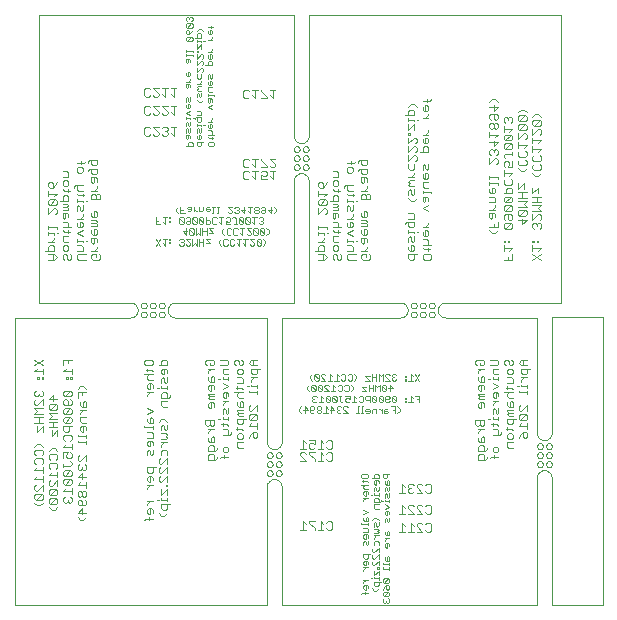
<source format=gbo>
G75*
%MOIN*%
%OFA0B0*%
%FSLAX24Y24*%
%IPPOS*%
%LPD*%
%AMOC8*
5,1,8,0,0,1.08239X$1,22.5*
%
%ADD10C,0.0000*%
%ADD11C,0.0030*%
%ADD12C,0.0020*%
D10*
X000550Y002350D02*
X000550Y011940D01*
X004400Y011940D01*
X004430Y011942D01*
X004460Y011947D01*
X004489Y011956D01*
X004516Y011969D01*
X004542Y011984D01*
X004566Y012003D01*
X004587Y012024D01*
X004606Y012048D01*
X004621Y012074D01*
X004634Y012101D01*
X004643Y012130D01*
X004648Y012160D01*
X004650Y012190D01*
X004648Y012220D01*
X004643Y012250D01*
X004634Y012279D01*
X004621Y012306D01*
X004606Y012332D01*
X004587Y012356D01*
X004566Y012377D01*
X004542Y012396D01*
X004516Y012411D01*
X004489Y012424D01*
X004460Y012433D01*
X004430Y012438D01*
X004400Y012440D01*
X001350Y012440D01*
X001350Y022035D01*
X009850Y022035D01*
X009850Y018000D01*
X009852Y017970D01*
X009857Y017940D01*
X009866Y017911D01*
X009879Y017884D01*
X009894Y017858D01*
X009913Y017834D01*
X009934Y017813D01*
X009958Y017794D01*
X009984Y017779D01*
X010011Y017766D01*
X010040Y017757D01*
X010070Y017752D01*
X010100Y017750D01*
X010130Y017752D01*
X010160Y017757D01*
X010189Y017766D01*
X010216Y017779D01*
X010242Y017794D01*
X010266Y017813D01*
X010287Y017834D01*
X010306Y017858D01*
X010321Y017884D01*
X010334Y017911D01*
X010343Y017940D01*
X010348Y017970D01*
X010350Y018000D01*
X010350Y022035D01*
X018750Y022035D01*
X018750Y012440D01*
X014910Y012440D01*
X014880Y012438D01*
X014850Y012433D01*
X014821Y012424D01*
X014794Y012411D01*
X014768Y012396D01*
X014744Y012377D01*
X014723Y012356D01*
X014704Y012332D01*
X014689Y012306D01*
X014676Y012279D01*
X014667Y012250D01*
X014662Y012220D01*
X014660Y012190D01*
X014662Y012160D01*
X014667Y012130D01*
X014676Y012101D01*
X014689Y012074D01*
X014704Y012048D01*
X014723Y012024D01*
X014744Y012003D01*
X014768Y011984D01*
X014794Y011969D01*
X014821Y011956D01*
X014850Y011947D01*
X014880Y011942D01*
X014910Y011940D01*
X017950Y011940D01*
X017950Y008100D01*
X017952Y008070D01*
X017957Y008040D01*
X017966Y008011D01*
X017979Y007984D01*
X017994Y007958D01*
X018013Y007934D01*
X018034Y007913D01*
X018058Y007894D01*
X018084Y007879D01*
X018111Y007866D01*
X018140Y007857D01*
X018170Y007852D01*
X018200Y007850D01*
X018230Y007852D01*
X018260Y007857D01*
X018289Y007866D01*
X018316Y007879D01*
X018342Y007894D01*
X018366Y007913D01*
X018387Y007934D01*
X018406Y007958D01*
X018421Y007984D01*
X018434Y008011D01*
X018443Y008040D01*
X018448Y008070D01*
X018450Y008100D01*
X018450Y011950D01*
X020150Y011950D01*
X020150Y002350D01*
X018450Y002350D01*
X018450Y006600D01*
X018262Y007050D02*
X018264Y007069D01*
X018269Y007088D01*
X018279Y007104D01*
X018291Y007119D01*
X018306Y007131D01*
X018322Y007141D01*
X018341Y007146D01*
X018360Y007148D01*
X018379Y007146D01*
X018398Y007141D01*
X018414Y007131D01*
X018429Y007119D01*
X018441Y007104D01*
X018451Y007088D01*
X018456Y007069D01*
X018458Y007050D01*
X018456Y007031D01*
X018451Y007012D01*
X018441Y006996D01*
X018429Y006981D01*
X018414Y006969D01*
X018398Y006959D01*
X018379Y006954D01*
X018360Y006952D01*
X018341Y006954D01*
X018322Y006959D01*
X018306Y006969D01*
X018291Y006981D01*
X018279Y006996D01*
X018269Y007012D01*
X018264Y007031D01*
X018262Y007050D01*
X017962Y007050D02*
X017964Y007069D01*
X017969Y007088D01*
X017979Y007104D01*
X017991Y007119D01*
X018006Y007131D01*
X018022Y007141D01*
X018041Y007146D01*
X018060Y007148D01*
X018079Y007146D01*
X018098Y007141D01*
X018114Y007131D01*
X018129Y007119D01*
X018141Y007104D01*
X018151Y007088D01*
X018156Y007069D01*
X018158Y007050D01*
X018156Y007031D01*
X018151Y007012D01*
X018141Y006996D01*
X018129Y006981D01*
X018114Y006969D01*
X018098Y006959D01*
X018079Y006954D01*
X018060Y006952D01*
X018041Y006954D01*
X018022Y006959D01*
X018006Y006969D01*
X017991Y006981D01*
X017979Y006996D01*
X017969Y007012D01*
X017964Y007031D01*
X017962Y007050D01*
X017950Y006600D02*
X017950Y002350D01*
X009450Y002350D01*
X009450Y006305D01*
X009448Y006335D01*
X009441Y006365D01*
X009432Y006393D01*
X009419Y006421D01*
X009403Y006446D01*
X009384Y006469D01*
X009362Y006490D01*
X009338Y006509D01*
X009312Y006524D01*
X009284Y006535D01*
X009255Y006544D01*
X009225Y006549D01*
X009195Y006550D01*
X009165Y006548D01*
X009135Y006541D01*
X009107Y006532D01*
X009079Y006519D01*
X009054Y006503D01*
X009031Y006484D01*
X009010Y006462D01*
X008991Y006438D01*
X008976Y006412D01*
X008965Y006384D01*
X008956Y006355D01*
X008951Y006325D01*
X008950Y006295D01*
X008950Y002350D01*
X000550Y002350D01*
X005900Y011940D02*
X008950Y011940D01*
X008950Y007800D01*
X008952Y007770D01*
X008957Y007740D01*
X008966Y007711D01*
X008979Y007684D01*
X008994Y007658D01*
X009013Y007634D01*
X009034Y007613D01*
X009058Y007594D01*
X009084Y007579D01*
X009111Y007566D01*
X009140Y007557D01*
X009170Y007552D01*
X009200Y007550D01*
X009230Y007552D01*
X009260Y007557D01*
X009289Y007566D01*
X009316Y007579D01*
X009342Y007594D01*
X009366Y007613D01*
X009387Y007634D01*
X009406Y007658D01*
X009421Y007684D01*
X009434Y007711D01*
X009443Y007740D01*
X009448Y007770D01*
X009450Y007800D01*
X009450Y011940D01*
X013400Y011940D01*
X013430Y011942D01*
X013460Y011947D01*
X013489Y011956D01*
X013516Y011969D01*
X013542Y011984D01*
X013566Y012003D01*
X013587Y012024D01*
X013606Y012048D01*
X013621Y012074D01*
X013634Y012101D01*
X013643Y012130D01*
X013648Y012160D01*
X013650Y012190D01*
X013648Y012220D01*
X013643Y012250D01*
X013634Y012279D01*
X013621Y012306D01*
X013606Y012332D01*
X013587Y012356D01*
X013566Y012377D01*
X013542Y012396D01*
X013516Y012411D01*
X013489Y012424D01*
X013460Y012433D01*
X013430Y012438D01*
X013400Y012440D01*
X010350Y012440D01*
X010350Y016500D01*
X010348Y016530D01*
X010343Y016560D01*
X010334Y016589D01*
X010321Y016616D01*
X010306Y016642D01*
X010287Y016666D01*
X010266Y016687D01*
X010242Y016706D01*
X010216Y016721D01*
X010189Y016734D01*
X010160Y016743D01*
X010130Y016748D01*
X010100Y016750D01*
X010070Y016748D01*
X010040Y016743D01*
X010011Y016734D01*
X009984Y016721D01*
X009958Y016706D01*
X009934Y016687D01*
X009913Y016666D01*
X009894Y016642D01*
X009879Y016616D01*
X009866Y016589D01*
X009857Y016560D01*
X009852Y016530D01*
X009850Y016500D01*
X009850Y012440D01*
X005900Y012440D01*
X005870Y012438D01*
X005840Y012433D01*
X005811Y012424D01*
X005784Y012411D01*
X005758Y012396D01*
X005734Y012377D01*
X005713Y012356D01*
X005694Y012332D01*
X005679Y012306D01*
X005666Y012279D01*
X005657Y012250D01*
X005652Y012220D01*
X005650Y012190D01*
X005652Y012160D01*
X005657Y012130D01*
X005666Y012101D01*
X005679Y012074D01*
X005694Y012048D01*
X005713Y012024D01*
X005734Y012003D01*
X005758Y011984D01*
X005784Y011969D01*
X005811Y011956D01*
X005840Y011947D01*
X005870Y011942D01*
X005900Y011940D01*
X005352Y012040D02*
X005354Y012059D01*
X005359Y012078D01*
X005369Y012094D01*
X005381Y012109D01*
X005396Y012121D01*
X005412Y012131D01*
X005431Y012136D01*
X005450Y012138D01*
X005469Y012136D01*
X005488Y012131D01*
X005504Y012121D01*
X005519Y012109D01*
X005531Y012094D01*
X005541Y012078D01*
X005546Y012059D01*
X005548Y012040D01*
X005546Y012021D01*
X005541Y012002D01*
X005531Y011986D01*
X005519Y011971D01*
X005504Y011959D01*
X005488Y011949D01*
X005469Y011944D01*
X005450Y011942D01*
X005431Y011944D01*
X005412Y011949D01*
X005396Y011959D01*
X005381Y011971D01*
X005369Y011986D01*
X005359Y012002D01*
X005354Y012021D01*
X005352Y012040D01*
X005052Y012040D02*
X005054Y012059D01*
X005059Y012078D01*
X005069Y012094D01*
X005081Y012109D01*
X005096Y012121D01*
X005112Y012131D01*
X005131Y012136D01*
X005150Y012138D01*
X005169Y012136D01*
X005188Y012131D01*
X005204Y012121D01*
X005219Y012109D01*
X005231Y012094D01*
X005241Y012078D01*
X005246Y012059D01*
X005248Y012040D01*
X005246Y012021D01*
X005241Y012002D01*
X005231Y011986D01*
X005219Y011971D01*
X005204Y011959D01*
X005188Y011949D01*
X005169Y011944D01*
X005150Y011942D01*
X005131Y011944D01*
X005112Y011949D01*
X005096Y011959D01*
X005081Y011971D01*
X005069Y011986D01*
X005059Y012002D01*
X005054Y012021D01*
X005052Y012040D01*
X004752Y012040D02*
X004754Y012059D01*
X004759Y012078D01*
X004769Y012094D01*
X004781Y012109D01*
X004796Y012121D01*
X004812Y012131D01*
X004831Y012136D01*
X004850Y012138D01*
X004869Y012136D01*
X004888Y012131D01*
X004904Y012121D01*
X004919Y012109D01*
X004931Y012094D01*
X004941Y012078D01*
X004946Y012059D01*
X004948Y012040D01*
X004946Y012021D01*
X004941Y012002D01*
X004931Y011986D01*
X004919Y011971D01*
X004904Y011959D01*
X004888Y011949D01*
X004869Y011944D01*
X004850Y011942D01*
X004831Y011944D01*
X004812Y011949D01*
X004796Y011959D01*
X004781Y011971D01*
X004769Y011986D01*
X004759Y012002D01*
X004754Y012021D01*
X004752Y012040D01*
X004752Y012340D02*
X004754Y012359D01*
X004759Y012378D01*
X004769Y012394D01*
X004781Y012409D01*
X004796Y012421D01*
X004812Y012431D01*
X004831Y012436D01*
X004850Y012438D01*
X004869Y012436D01*
X004888Y012431D01*
X004904Y012421D01*
X004919Y012409D01*
X004931Y012394D01*
X004941Y012378D01*
X004946Y012359D01*
X004948Y012340D01*
X004946Y012321D01*
X004941Y012302D01*
X004931Y012286D01*
X004919Y012271D01*
X004904Y012259D01*
X004888Y012249D01*
X004869Y012244D01*
X004850Y012242D01*
X004831Y012244D01*
X004812Y012249D01*
X004796Y012259D01*
X004781Y012271D01*
X004769Y012286D01*
X004759Y012302D01*
X004754Y012321D01*
X004752Y012340D01*
X005052Y012340D02*
X005054Y012359D01*
X005059Y012378D01*
X005069Y012394D01*
X005081Y012409D01*
X005096Y012421D01*
X005112Y012431D01*
X005131Y012436D01*
X005150Y012438D01*
X005169Y012436D01*
X005188Y012431D01*
X005204Y012421D01*
X005219Y012409D01*
X005231Y012394D01*
X005241Y012378D01*
X005246Y012359D01*
X005248Y012340D01*
X005246Y012321D01*
X005241Y012302D01*
X005231Y012286D01*
X005219Y012271D01*
X005204Y012259D01*
X005188Y012249D01*
X005169Y012244D01*
X005150Y012242D01*
X005131Y012244D01*
X005112Y012249D01*
X005096Y012259D01*
X005081Y012271D01*
X005069Y012286D01*
X005059Y012302D01*
X005054Y012321D01*
X005052Y012340D01*
X005352Y012340D02*
X005354Y012359D01*
X005359Y012378D01*
X005369Y012394D01*
X005381Y012409D01*
X005396Y012421D01*
X005412Y012431D01*
X005431Y012436D01*
X005450Y012438D01*
X005469Y012436D01*
X005488Y012431D01*
X005504Y012421D01*
X005519Y012409D01*
X005531Y012394D01*
X005541Y012378D01*
X005546Y012359D01*
X005548Y012340D01*
X005546Y012321D01*
X005541Y012302D01*
X005531Y012286D01*
X005519Y012271D01*
X005504Y012259D01*
X005488Y012249D01*
X005469Y012244D01*
X005450Y012242D01*
X005431Y012244D01*
X005412Y012249D01*
X005396Y012259D01*
X005381Y012271D01*
X005369Y012286D01*
X005359Y012302D01*
X005354Y012321D01*
X005352Y012340D01*
X008952Y007350D02*
X008954Y007369D01*
X008959Y007388D01*
X008969Y007404D01*
X008981Y007419D01*
X008996Y007431D01*
X009012Y007441D01*
X009031Y007446D01*
X009050Y007448D01*
X009069Y007446D01*
X009088Y007441D01*
X009104Y007431D01*
X009119Y007419D01*
X009131Y007404D01*
X009141Y007388D01*
X009146Y007369D01*
X009148Y007350D01*
X009146Y007331D01*
X009141Y007312D01*
X009131Y007296D01*
X009119Y007281D01*
X009104Y007269D01*
X009088Y007259D01*
X009069Y007254D01*
X009050Y007252D01*
X009031Y007254D01*
X009012Y007259D01*
X008996Y007269D01*
X008981Y007281D01*
X008969Y007296D01*
X008959Y007312D01*
X008954Y007331D01*
X008952Y007350D01*
X008952Y007050D02*
X008954Y007069D01*
X008959Y007088D01*
X008969Y007104D01*
X008981Y007119D01*
X008996Y007131D01*
X009012Y007141D01*
X009031Y007146D01*
X009050Y007148D01*
X009069Y007146D01*
X009088Y007141D01*
X009104Y007131D01*
X009119Y007119D01*
X009131Y007104D01*
X009141Y007088D01*
X009146Y007069D01*
X009148Y007050D01*
X009146Y007031D01*
X009141Y007012D01*
X009131Y006996D01*
X009119Y006981D01*
X009104Y006969D01*
X009088Y006959D01*
X009069Y006954D01*
X009050Y006952D01*
X009031Y006954D01*
X009012Y006959D01*
X008996Y006969D01*
X008981Y006981D01*
X008969Y006996D01*
X008959Y007012D01*
X008954Y007031D01*
X008952Y007050D01*
X008952Y006750D02*
X008954Y006769D01*
X008959Y006788D01*
X008969Y006804D01*
X008981Y006819D01*
X008996Y006831D01*
X009012Y006841D01*
X009031Y006846D01*
X009050Y006848D01*
X009069Y006846D01*
X009088Y006841D01*
X009104Y006831D01*
X009119Y006819D01*
X009131Y006804D01*
X009141Y006788D01*
X009146Y006769D01*
X009148Y006750D01*
X009146Y006731D01*
X009141Y006712D01*
X009131Y006696D01*
X009119Y006681D01*
X009104Y006669D01*
X009088Y006659D01*
X009069Y006654D01*
X009050Y006652D01*
X009031Y006654D01*
X009012Y006659D01*
X008996Y006669D01*
X008981Y006681D01*
X008969Y006696D01*
X008959Y006712D01*
X008954Y006731D01*
X008952Y006750D01*
X009252Y006750D02*
X009254Y006769D01*
X009259Y006788D01*
X009269Y006804D01*
X009281Y006819D01*
X009296Y006831D01*
X009312Y006841D01*
X009331Y006846D01*
X009350Y006848D01*
X009369Y006846D01*
X009388Y006841D01*
X009404Y006831D01*
X009419Y006819D01*
X009431Y006804D01*
X009441Y006788D01*
X009446Y006769D01*
X009448Y006750D01*
X009446Y006731D01*
X009441Y006712D01*
X009431Y006696D01*
X009419Y006681D01*
X009404Y006669D01*
X009388Y006659D01*
X009369Y006654D01*
X009350Y006652D01*
X009331Y006654D01*
X009312Y006659D01*
X009296Y006669D01*
X009281Y006681D01*
X009269Y006696D01*
X009259Y006712D01*
X009254Y006731D01*
X009252Y006750D01*
X009252Y007050D02*
X009254Y007069D01*
X009259Y007088D01*
X009269Y007104D01*
X009281Y007119D01*
X009296Y007131D01*
X009312Y007141D01*
X009331Y007146D01*
X009350Y007148D01*
X009369Y007146D01*
X009388Y007141D01*
X009404Y007131D01*
X009419Y007119D01*
X009431Y007104D01*
X009441Y007088D01*
X009446Y007069D01*
X009448Y007050D01*
X009446Y007031D01*
X009441Y007012D01*
X009431Y006996D01*
X009419Y006981D01*
X009404Y006969D01*
X009388Y006959D01*
X009369Y006954D01*
X009350Y006952D01*
X009331Y006954D01*
X009312Y006959D01*
X009296Y006969D01*
X009281Y006981D01*
X009269Y006996D01*
X009259Y007012D01*
X009254Y007031D01*
X009252Y007050D01*
X009252Y007350D02*
X009254Y007369D01*
X009259Y007388D01*
X009269Y007404D01*
X009281Y007419D01*
X009296Y007431D01*
X009312Y007441D01*
X009331Y007446D01*
X009350Y007448D01*
X009369Y007446D01*
X009388Y007441D01*
X009404Y007431D01*
X009419Y007419D01*
X009431Y007404D01*
X009441Y007388D01*
X009446Y007369D01*
X009448Y007350D01*
X009446Y007331D01*
X009441Y007312D01*
X009431Y007296D01*
X009419Y007281D01*
X009404Y007269D01*
X009388Y007259D01*
X009369Y007254D01*
X009350Y007252D01*
X009331Y007254D01*
X009312Y007259D01*
X009296Y007269D01*
X009281Y007281D01*
X009269Y007296D01*
X009259Y007312D01*
X009254Y007331D01*
X009252Y007350D01*
X013752Y012040D02*
X013754Y012059D01*
X013759Y012078D01*
X013769Y012094D01*
X013781Y012109D01*
X013796Y012121D01*
X013812Y012131D01*
X013831Y012136D01*
X013850Y012138D01*
X013869Y012136D01*
X013888Y012131D01*
X013904Y012121D01*
X013919Y012109D01*
X013931Y012094D01*
X013941Y012078D01*
X013946Y012059D01*
X013948Y012040D01*
X013946Y012021D01*
X013941Y012002D01*
X013931Y011986D01*
X013919Y011971D01*
X013904Y011959D01*
X013888Y011949D01*
X013869Y011944D01*
X013850Y011942D01*
X013831Y011944D01*
X013812Y011949D01*
X013796Y011959D01*
X013781Y011971D01*
X013769Y011986D01*
X013759Y012002D01*
X013754Y012021D01*
X013752Y012040D01*
X013752Y012340D02*
X013754Y012359D01*
X013759Y012378D01*
X013769Y012394D01*
X013781Y012409D01*
X013796Y012421D01*
X013812Y012431D01*
X013831Y012436D01*
X013850Y012438D01*
X013869Y012436D01*
X013888Y012431D01*
X013904Y012421D01*
X013919Y012409D01*
X013931Y012394D01*
X013941Y012378D01*
X013946Y012359D01*
X013948Y012340D01*
X013946Y012321D01*
X013941Y012302D01*
X013931Y012286D01*
X013919Y012271D01*
X013904Y012259D01*
X013888Y012249D01*
X013869Y012244D01*
X013850Y012242D01*
X013831Y012244D01*
X013812Y012249D01*
X013796Y012259D01*
X013781Y012271D01*
X013769Y012286D01*
X013759Y012302D01*
X013754Y012321D01*
X013752Y012340D01*
X014052Y012340D02*
X014054Y012359D01*
X014059Y012378D01*
X014069Y012394D01*
X014081Y012409D01*
X014096Y012421D01*
X014112Y012431D01*
X014131Y012436D01*
X014150Y012438D01*
X014169Y012436D01*
X014188Y012431D01*
X014204Y012421D01*
X014219Y012409D01*
X014231Y012394D01*
X014241Y012378D01*
X014246Y012359D01*
X014248Y012340D01*
X014246Y012321D01*
X014241Y012302D01*
X014231Y012286D01*
X014219Y012271D01*
X014204Y012259D01*
X014188Y012249D01*
X014169Y012244D01*
X014150Y012242D01*
X014131Y012244D01*
X014112Y012249D01*
X014096Y012259D01*
X014081Y012271D01*
X014069Y012286D01*
X014059Y012302D01*
X014054Y012321D01*
X014052Y012340D01*
X014052Y012040D02*
X014054Y012059D01*
X014059Y012078D01*
X014069Y012094D01*
X014081Y012109D01*
X014096Y012121D01*
X014112Y012131D01*
X014131Y012136D01*
X014150Y012138D01*
X014169Y012136D01*
X014188Y012131D01*
X014204Y012121D01*
X014219Y012109D01*
X014231Y012094D01*
X014241Y012078D01*
X014246Y012059D01*
X014248Y012040D01*
X014246Y012021D01*
X014241Y012002D01*
X014231Y011986D01*
X014219Y011971D01*
X014204Y011959D01*
X014188Y011949D01*
X014169Y011944D01*
X014150Y011942D01*
X014131Y011944D01*
X014112Y011949D01*
X014096Y011959D01*
X014081Y011971D01*
X014069Y011986D01*
X014059Y012002D01*
X014054Y012021D01*
X014052Y012040D01*
X014352Y012040D02*
X014354Y012059D01*
X014359Y012078D01*
X014369Y012094D01*
X014381Y012109D01*
X014396Y012121D01*
X014412Y012131D01*
X014431Y012136D01*
X014450Y012138D01*
X014469Y012136D01*
X014488Y012131D01*
X014504Y012121D01*
X014519Y012109D01*
X014531Y012094D01*
X014541Y012078D01*
X014546Y012059D01*
X014548Y012040D01*
X014546Y012021D01*
X014541Y012002D01*
X014531Y011986D01*
X014519Y011971D01*
X014504Y011959D01*
X014488Y011949D01*
X014469Y011944D01*
X014450Y011942D01*
X014431Y011944D01*
X014412Y011949D01*
X014396Y011959D01*
X014381Y011971D01*
X014369Y011986D01*
X014359Y012002D01*
X014354Y012021D01*
X014352Y012040D01*
X014352Y012340D02*
X014354Y012359D01*
X014359Y012378D01*
X014369Y012394D01*
X014381Y012409D01*
X014396Y012421D01*
X014412Y012431D01*
X014431Y012436D01*
X014450Y012438D01*
X014469Y012436D01*
X014488Y012431D01*
X014504Y012421D01*
X014519Y012409D01*
X014531Y012394D01*
X014541Y012378D01*
X014546Y012359D01*
X014548Y012340D01*
X014546Y012321D01*
X014541Y012302D01*
X014531Y012286D01*
X014519Y012271D01*
X014504Y012259D01*
X014488Y012249D01*
X014469Y012244D01*
X014450Y012242D01*
X014431Y012244D01*
X014412Y012249D01*
X014396Y012259D01*
X014381Y012271D01*
X014369Y012286D01*
X014359Y012302D01*
X014354Y012321D01*
X014352Y012340D01*
X017962Y007650D02*
X017964Y007669D01*
X017969Y007688D01*
X017979Y007704D01*
X017991Y007719D01*
X018006Y007731D01*
X018022Y007741D01*
X018041Y007746D01*
X018060Y007748D01*
X018079Y007746D01*
X018098Y007741D01*
X018114Y007731D01*
X018129Y007719D01*
X018141Y007704D01*
X018151Y007688D01*
X018156Y007669D01*
X018158Y007650D01*
X018156Y007631D01*
X018151Y007612D01*
X018141Y007596D01*
X018129Y007581D01*
X018114Y007569D01*
X018098Y007559D01*
X018079Y007554D01*
X018060Y007552D01*
X018041Y007554D01*
X018022Y007559D01*
X018006Y007569D01*
X017991Y007581D01*
X017979Y007596D01*
X017969Y007612D01*
X017964Y007631D01*
X017962Y007650D01*
X017962Y007350D02*
X017964Y007369D01*
X017969Y007388D01*
X017979Y007404D01*
X017991Y007419D01*
X018006Y007431D01*
X018022Y007441D01*
X018041Y007446D01*
X018060Y007448D01*
X018079Y007446D01*
X018098Y007441D01*
X018114Y007431D01*
X018129Y007419D01*
X018141Y007404D01*
X018151Y007388D01*
X018156Y007369D01*
X018158Y007350D01*
X018156Y007331D01*
X018151Y007312D01*
X018141Y007296D01*
X018129Y007281D01*
X018114Y007269D01*
X018098Y007259D01*
X018079Y007254D01*
X018060Y007252D01*
X018041Y007254D01*
X018022Y007259D01*
X018006Y007269D01*
X017991Y007281D01*
X017979Y007296D01*
X017969Y007312D01*
X017964Y007331D01*
X017962Y007350D01*
X018262Y007350D02*
X018264Y007369D01*
X018269Y007388D01*
X018279Y007404D01*
X018291Y007419D01*
X018306Y007431D01*
X018322Y007441D01*
X018341Y007446D01*
X018360Y007448D01*
X018379Y007446D01*
X018398Y007441D01*
X018414Y007431D01*
X018429Y007419D01*
X018441Y007404D01*
X018451Y007388D01*
X018456Y007369D01*
X018458Y007350D01*
X018456Y007331D01*
X018451Y007312D01*
X018441Y007296D01*
X018429Y007281D01*
X018414Y007269D01*
X018398Y007259D01*
X018379Y007254D01*
X018360Y007252D01*
X018341Y007254D01*
X018322Y007259D01*
X018306Y007269D01*
X018291Y007281D01*
X018279Y007296D01*
X018269Y007312D01*
X018264Y007331D01*
X018262Y007350D01*
X018262Y007650D02*
X018264Y007669D01*
X018269Y007688D01*
X018279Y007704D01*
X018291Y007719D01*
X018306Y007731D01*
X018322Y007741D01*
X018341Y007746D01*
X018360Y007748D01*
X018379Y007746D01*
X018398Y007741D01*
X018414Y007731D01*
X018429Y007719D01*
X018441Y007704D01*
X018451Y007688D01*
X018456Y007669D01*
X018458Y007650D01*
X018456Y007631D01*
X018451Y007612D01*
X018441Y007596D01*
X018429Y007581D01*
X018414Y007569D01*
X018398Y007559D01*
X018379Y007554D01*
X018360Y007552D01*
X018341Y007554D01*
X018322Y007559D01*
X018306Y007569D01*
X018291Y007581D01*
X018279Y007596D01*
X018269Y007612D01*
X018264Y007631D01*
X018262Y007650D01*
X018450Y006600D02*
X018448Y006630D01*
X018443Y006660D01*
X018434Y006689D01*
X018421Y006716D01*
X018406Y006742D01*
X018387Y006766D01*
X018366Y006787D01*
X018342Y006806D01*
X018316Y006821D01*
X018289Y006834D01*
X018260Y006843D01*
X018230Y006848D01*
X018200Y006850D01*
X018170Y006848D01*
X018140Y006843D01*
X018111Y006834D01*
X018084Y006821D01*
X018058Y006806D01*
X018034Y006787D01*
X018013Y006766D01*
X017994Y006742D01*
X017979Y006716D01*
X017966Y006689D01*
X017957Y006660D01*
X017952Y006630D01*
X017950Y006600D01*
X010152Y016950D02*
X010154Y016969D01*
X010159Y016988D01*
X010169Y017004D01*
X010181Y017019D01*
X010196Y017031D01*
X010212Y017041D01*
X010231Y017046D01*
X010250Y017048D01*
X010269Y017046D01*
X010288Y017041D01*
X010304Y017031D01*
X010319Y017019D01*
X010331Y017004D01*
X010341Y016988D01*
X010346Y016969D01*
X010348Y016950D01*
X010346Y016931D01*
X010341Y016912D01*
X010331Y016896D01*
X010319Y016881D01*
X010304Y016869D01*
X010288Y016859D01*
X010269Y016854D01*
X010250Y016852D01*
X010231Y016854D01*
X010212Y016859D01*
X010196Y016869D01*
X010181Y016881D01*
X010169Y016896D01*
X010159Y016912D01*
X010154Y016931D01*
X010152Y016950D01*
X009852Y016950D02*
X009854Y016969D01*
X009859Y016988D01*
X009869Y017004D01*
X009881Y017019D01*
X009896Y017031D01*
X009912Y017041D01*
X009931Y017046D01*
X009950Y017048D01*
X009969Y017046D01*
X009988Y017041D01*
X010004Y017031D01*
X010019Y017019D01*
X010031Y017004D01*
X010041Y016988D01*
X010046Y016969D01*
X010048Y016950D01*
X010046Y016931D01*
X010041Y016912D01*
X010031Y016896D01*
X010019Y016881D01*
X010004Y016869D01*
X009988Y016859D01*
X009969Y016854D01*
X009950Y016852D01*
X009931Y016854D01*
X009912Y016859D01*
X009896Y016869D01*
X009881Y016881D01*
X009869Y016896D01*
X009859Y016912D01*
X009854Y016931D01*
X009852Y016950D01*
X009852Y017250D02*
X009854Y017269D01*
X009859Y017288D01*
X009869Y017304D01*
X009881Y017319D01*
X009896Y017331D01*
X009912Y017341D01*
X009931Y017346D01*
X009950Y017348D01*
X009969Y017346D01*
X009988Y017341D01*
X010004Y017331D01*
X010019Y017319D01*
X010031Y017304D01*
X010041Y017288D01*
X010046Y017269D01*
X010048Y017250D01*
X010046Y017231D01*
X010041Y017212D01*
X010031Y017196D01*
X010019Y017181D01*
X010004Y017169D01*
X009988Y017159D01*
X009969Y017154D01*
X009950Y017152D01*
X009931Y017154D01*
X009912Y017159D01*
X009896Y017169D01*
X009881Y017181D01*
X009869Y017196D01*
X009859Y017212D01*
X009854Y017231D01*
X009852Y017250D01*
X009852Y017550D02*
X009854Y017569D01*
X009859Y017588D01*
X009869Y017604D01*
X009881Y017619D01*
X009896Y017631D01*
X009912Y017641D01*
X009931Y017646D01*
X009950Y017648D01*
X009969Y017646D01*
X009988Y017641D01*
X010004Y017631D01*
X010019Y017619D01*
X010031Y017604D01*
X010041Y017588D01*
X010046Y017569D01*
X010048Y017550D01*
X010046Y017531D01*
X010041Y017512D01*
X010031Y017496D01*
X010019Y017481D01*
X010004Y017469D01*
X009988Y017459D01*
X009969Y017454D01*
X009950Y017452D01*
X009931Y017454D01*
X009912Y017459D01*
X009896Y017469D01*
X009881Y017481D01*
X009869Y017496D01*
X009859Y017512D01*
X009854Y017531D01*
X009852Y017550D01*
X010152Y017550D02*
X010154Y017569D01*
X010159Y017588D01*
X010169Y017604D01*
X010181Y017619D01*
X010196Y017631D01*
X010212Y017641D01*
X010231Y017646D01*
X010250Y017648D01*
X010269Y017646D01*
X010288Y017641D01*
X010304Y017631D01*
X010319Y017619D01*
X010331Y017604D01*
X010341Y017588D01*
X010346Y017569D01*
X010348Y017550D01*
X010346Y017531D01*
X010341Y017512D01*
X010331Y017496D01*
X010319Y017481D01*
X010304Y017469D01*
X010288Y017459D01*
X010269Y017454D01*
X010250Y017452D01*
X010231Y017454D01*
X010212Y017459D01*
X010196Y017469D01*
X010181Y017481D01*
X010169Y017496D01*
X010159Y017512D01*
X010154Y017531D01*
X010152Y017550D01*
X010152Y017250D02*
X010154Y017269D01*
X010159Y017288D01*
X010169Y017304D01*
X010181Y017319D01*
X010196Y017331D01*
X010212Y017341D01*
X010231Y017346D01*
X010250Y017348D01*
X010269Y017346D01*
X010288Y017341D01*
X010304Y017331D01*
X010319Y017319D01*
X010331Y017304D01*
X010341Y017288D01*
X010346Y017269D01*
X010348Y017250D01*
X010346Y017231D01*
X010341Y017212D01*
X010331Y017196D01*
X010319Y017181D01*
X010304Y017169D01*
X010288Y017159D01*
X010269Y017154D01*
X010250Y017152D01*
X010231Y017154D01*
X010212Y017159D01*
X010196Y017169D01*
X010181Y017181D01*
X010169Y017196D01*
X010159Y017212D01*
X010154Y017231D01*
X010152Y017250D01*
D11*
X010713Y016465D02*
X010762Y016465D01*
X010810Y016416D01*
X010810Y016271D01*
X010713Y016271D01*
X010665Y016320D01*
X010665Y016416D01*
X010713Y016465D01*
X010907Y016368D02*
X010810Y016271D01*
X010907Y016368D02*
X010955Y016465D01*
X011145Y016466D02*
X011193Y016514D01*
X011290Y016514D01*
X011338Y016466D01*
X011338Y016369D01*
X011290Y016320D01*
X011193Y016320D01*
X011145Y016369D01*
X011145Y016466D01*
X011145Y016615D02*
X011338Y016615D01*
X011338Y016760D01*
X011290Y016809D01*
X011145Y016809D01*
X011625Y016811D02*
X011673Y016762D01*
X011770Y016762D01*
X011818Y016811D01*
X011818Y016908D01*
X011770Y016956D01*
X011673Y016956D01*
X011625Y016908D01*
X011625Y016811D01*
X011770Y017057D02*
X011770Y017154D01*
X011867Y017105D02*
X011915Y017154D01*
X011867Y017105D02*
X011625Y017105D01*
X012008Y017105D02*
X012008Y017153D01*
X012057Y017201D01*
X012298Y017201D01*
X012298Y017056D01*
X012250Y017008D01*
X012153Y017008D01*
X012105Y017056D01*
X012105Y017201D01*
X012105Y016907D02*
X012105Y016762D01*
X012153Y016713D01*
X012250Y016713D01*
X012298Y016762D01*
X012298Y016907D01*
X012057Y016907D01*
X012008Y016858D01*
X012008Y016810D01*
X012105Y016612D02*
X012105Y016467D01*
X012153Y016419D01*
X012202Y016467D01*
X012202Y016612D01*
X012250Y016612D02*
X012105Y016612D01*
X012250Y016612D02*
X012298Y016564D01*
X012298Y016467D01*
X012298Y016318D02*
X012298Y016270D01*
X012202Y016173D01*
X012298Y016173D02*
X012105Y016173D01*
X012153Y016072D02*
X012105Y016024D01*
X012105Y015878D01*
X012395Y015878D01*
X012395Y016024D01*
X012347Y016072D01*
X012298Y016072D01*
X012250Y016024D01*
X012250Y015878D01*
X012250Y016024D02*
X012202Y016072D01*
X012153Y016072D01*
X011964Y015829D02*
X011915Y015829D01*
X011818Y015829D02*
X011625Y015829D01*
X011625Y015877D02*
X011625Y015780D01*
X011673Y015679D02*
X011722Y015631D01*
X011722Y015534D01*
X011770Y015486D01*
X011818Y015534D01*
X011818Y015679D01*
X011818Y015780D02*
X011818Y015829D01*
X011818Y015977D02*
X011818Y016073D01*
X011867Y016025D02*
X011673Y016025D01*
X011625Y016073D01*
X011673Y016173D02*
X011625Y016221D01*
X011625Y016367D01*
X011577Y016367D02*
X011528Y016318D01*
X011528Y016270D01*
X011577Y016367D02*
X011818Y016367D01*
X011818Y016173D02*
X011673Y016173D01*
X011387Y016172D02*
X011193Y016172D01*
X011145Y016221D01*
X011338Y016221D02*
X011338Y016124D01*
X011290Y016023D02*
X011193Y016023D01*
X011145Y015974D01*
X011145Y015829D01*
X011048Y015829D02*
X011338Y015829D01*
X011338Y015974D01*
X011290Y016023D01*
X011290Y015728D02*
X011145Y015728D01*
X011145Y015631D02*
X011290Y015631D01*
X011338Y015680D01*
X011290Y015728D01*
X011290Y015631D02*
X011338Y015583D01*
X011338Y015535D01*
X011145Y015535D01*
X011145Y015434D02*
X011145Y015288D01*
X011193Y015240D01*
X011242Y015288D01*
X011242Y015434D01*
X011290Y015434D02*
X011145Y015434D01*
X011290Y015434D02*
X011338Y015385D01*
X011338Y015288D01*
X011290Y015139D02*
X011145Y015139D01*
X011290Y015139D02*
X011338Y015091D01*
X011338Y014994D01*
X011290Y014945D01*
X011338Y014846D02*
X011338Y014749D01*
X011387Y014797D02*
X011193Y014797D01*
X011145Y014846D01*
X011145Y014945D02*
X011435Y014945D01*
X011625Y014994D02*
X011673Y014945D01*
X011770Y014945D01*
X011818Y014994D01*
X011818Y015091D01*
X011770Y015139D01*
X011722Y015139D01*
X011722Y014945D01*
X011625Y014994D02*
X011625Y015091D01*
X011625Y015240D02*
X011818Y015240D01*
X011722Y015240D02*
X011818Y015337D01*
X011818Y015385D01*
X011625Y015486D02*
X011625Y015631D01*
X011673Y015679D01*
X012105Y015434D02*
X012105Y015338D01*
X012153Y015289D01*
X012250Y015289D01*
X012298Y015338D01*
X012298Y015434D01*
X012250Y015483D01*
X012202Y015483D01*
X012202Y015289D01*
X012250Y015188D02*
X012105Y015188D01*
X012105Y015091D02*
X012250Y015091D01*
X012298Y015140D01*
X012250Y015188D01*
X012250Y015091D02*
X012298Y015043D01*
X012298Y014994D01*
X012105Y014994D01*
X012202Y014893D02*
X012202Y014700D01*
X012250Y014700D02*
X012298Y014748D01*
X012298Y014845D01*
X012250Y014893D01*
X012202Y014893D01*
X012105Y014845D02*
X012105Y014748D01*
X012153Y014700D01*
X012250Y014700D01*
X012250Y014599D02*
X012105Y014599D01*
X012105Y014454D01*
X012153Y014405D01*
X012202Y014454D01*
X012202Y014599D01*
X012250Y014599D02*
X012298Y014550D01*
X012298Y014454D01*
X012298Y014305D02*
X012298Y014256D01*
X012202Y014160D01*
X012298Y014160D02*
X012105Y014160D01*
X012153Y014058D02*
X012105Y014010D01*
X012105Y013913D01*
X012153Y013865D01*
X012347Y013865D01*
X012395Y013913D01*
X012395Y014010D01*
X012347Y014058D01*
X012250Y014058D02*
X012250Y013962D01*
X012250Y014058D02*
X012153Y014058D01*
X011915Y014058D02*
X011673Y014058D01*
X011625Y014010D01*
X011625Y013913D01*
X011673Y013865D01*
X011915Y013865D01*
X011818Y014160D02*
X011625Y014160D01*
X011625Y014353D02*
X011770Y014353D01*
X011818Y014305D01*
X011818Y014160D01*
X011818Y014454D02*
X011818Y014503D01*
X011625Y014503D01*
X011625Y014551D02*
X011625Y014454D01*
X011818Y014651D02*
X011625Y014747D01*
X011818Y014844D01*
X011915Y014503D02*
X011964Y014503D01*
X011435Y014010D02*
X011435Y013913D01*
X011387Y013865D01*
X011338Y013865D01*
X011290Y013913D01*
X011290Y014010D01*
X011242Y014058D01*
X011193Y014058D01*
X011145Y014010D01*
X011145Y013913D01*
X011193Y013865D01*
X010955Y013962D02*
X010858Y014058D01*
X010665Y014058D01*
X010665Y014160D02*
X010665Y014305D01*
X010713Y014353D01*
X010810Y014353D01*
X010858Y014305D01*
X010858Y014160D01*
X010568Y014160D01*
X010810Y014058D02*
X010810Y013865D01*
X010858Y013865D02*
X010955Y013962D01*
X010858Y013865D02*
X010665Y013865D01*
X010665Y014454D02*
X010858Y014454D01*
X010762Y014454D02*
X010858Y014551D01*
X010858Y014599D01*
X010858Y014700D02*
X010858Y014748D01*
X010665Y014748D01*
X010665Y014700D02*
X010665Y014797D01*
X010665Y014896D02*
X010665Y014993D01*
X010665Y014945D02*
X010955Y014945D01*
X010955Y014896D01*
X010955Y014748D02*
X011004Y014748D01*
X011145Y014648D02*
X011145Y014503D01*
X011193Y014454D01*
X011338Y014454D01*
X011290Y014353D02*
X011338Y014305D01*
X011338Y014208D01*
X011290Y014160D01*
X011193Y014160D01*
X011145Y014208D01*
X011145Y014305D01*
X011193Y014353D01*
X011290Y014353D01*
X011387Y014058D02*
X011435Y014010D01*
X011338Y014648D02*
X011145Y014648D01*
X010907Y015387D02*
X010955Y015436D01*
X010955Y015532D01*
X010907Y015581D01*
X010858Y015581D01*
X010665Y015387D01*
X010665Y015581D01*
X010713Y015682D02*
X010907Y015876D01*
X010713Y015876D01*
X010665Y015827D01*
X010665Y015730D01*
X010713Y015682D01*
X010907Y015682D01*
X010955Y015730D01*
X010955Y015827D01*
X010907Y015876D01*
X010858Y015977D02*
X010955Y016073D01*
X010665Y016073D01*
X010665Y015977D02*
X010665Y016170D01*
X009146Y016545D02*
X009146Y016835D01*
X009242Y016835D02*
X009049Y016835D01*
X008948Y016787D02*
X008899Y016835D01*
X008803Y016835D01*
X008754Y016787D01*
X008754Y016690D02*
X008851Y016642D01*
X008899Y016642D01*
X008948Y016690D01*
X008948Y016787D01*
X008948Y016945D02*
X008754Y016945D01*
X008653Y016835D02*
X008460Y016835D01*
X008556Y016835D02*
X008556Y016545D01*
X008460Y016642D01*
X008358Y016593D02*
X008310Y016545D01*
X008213Y016545D01*
X008165Y016593D01*
X008165Y016787D01*
X008213Y016835D01*
X008310Y016835D01*
X008358Y016787D01*
X008310Y016945D02*
X008213Y016945D01*
X008165Y016993D01*
X008165Y017187D01*
X008213Y017235D01*
X008310Y017235D01*
X008358Y017187D01*
X008460Y017235D02*
X008653Y017235D01*
X008556Y017235D02*
X008556Y016945D01*
X008460Y017042D01*
X008358Y016993D02*
X008310Y016945D01*
X008754Y017187D02*
X008754Y017235D01*
X008754Y017187D02*
X008948Y016993D01*
X008948Y016945D01*
X009049Y016993D02*
X009097Y016945D01*
X009194Y016945D01*
X009242Y016993D01*
X009242Y017042D01*
X009049Y017235D01*
X009242Y017235D01*
X009049Y016642D02*
X009146Y016545D01*
X008948Y016545D02*
X008754Y016545D01*
X008754Y016690D01*
X008754Y019245D02*
X008948Y019245D01*
X008948Y019293D01*
X008754Y019487D01*
X008754Y019535D01*
X008653Y019535D02*
X008460Y019535D01*
X008556Y019535D02*
X008556Y019245D01*
X008460Y019342D01*
X008358Y019293D02*
X008310Y019245D01*
X008213Y019245D01*
X008165Y019293D01*
X008165Y019487D01*
X008213Y019535D01*
X008310Y019535D01*
X008358Y019487D01*
X009049Y019535D02*
X009242Y019535D01*
X009146Y019535D02*
X009146Y019245D01*
X009049Y019342D01*
X005942Y019595D02*
X005749Y019595D01*
X005846Y019595D02*
X005846Y019305D01*
X005749Y019402D01*
X005648Y019595D02*
X005454Y019595D01*
X005551Y019595D02*
X005551Y019305D01*
X005454Y019402D01*
X005353Y019402D02*
X005353Y019353D01*
X005305Y019305D01*
X005208Y019305D01*
X005160Y019353D01*
X005058Y019353D02*
X005010Y019305D01*
X004913Y019305D01*
X004865Y019353D01*
X004865Y019547D01*
X004913Y019595D01*
X005010Y019595D01*
X005058Y019547D01*
X005160Y019595D02*
X005353Y019402D01*
X005353Y019595D02*
X005160Y019595D01*
X005160Y018995D02*
X005353Y018802D01*
X005353Y018753D01*
X005305Y018705D01*
X005208Y018705D01*
X005160Y018753D01*
X005058Y018753D02*
X005010Y018705D01*
X004913Y018705D01*
X004865Y018753D01*
X004865Y018947D01*
X004913Y018995D01*
X005010Y018995D01*
X005058Y018947D01*
X005160Y018995D02*
X005353Y018995D01*
X005454Y018995D02*
X005648Y018802D01*
X005648Y018753D01*
X005599Y018705D01*
X005503Y018705D01*
X005454Y018753D01*
X005454Y018995D02*
X005648Y018995D01*
X005749Y018995D02*
X005942Y018995D01*
X005846Y018995D02*
X005846Y018705D01*
X005749Y018802D01*
X005749Y018295D02*
X005942Y018295D01*
X005846Y018295D02*
X005846Y018005D01*
X005749Y018102D01*
X005648Y018102D02*
X005599Y018150D01*
X005648Y018198D01*
X005648Y018247D01*
X005599Y018295D01*
X005503Y018295D01*
X005454Y018247D01*
X005353Y018295D02*
X005160Y018295D01*
X005353Y018102D01*
X005353Y018053D01*
X005305Y018005D01*
X005208Y018005D01*
X005160Y018053D01*
X005058Y018053D02*
X005010Y018005D01*
X004913Y018005D01*
X004865Y018053D01*
X004865Y018247D01*
X004913Y018295D01*
X005010Y018295D01*
X005058Y018247D01*
X005454Y018053D02*
X005503Y018005D01*
X005599Y018005D01*
X005648Y018053D01*
X005648Y018102D01*
X005599Y018150D02*
X005551Y018150D01*
X003298Y017201D02*
X003298Y017056D01*
X003250Y017008D01*
X003153Y017008D01*
X003105Y017056D01*
X003105Y017201D01*
X003057Y017201D02*
X003298Y017201D01*
X003057Y017201D02*
X003008Y017153D01*
X003008Y017105D01*
X002915Y017154D02*
X002867Y017105D01*
X002625Y017105D01*
X002770Y017057D02*
X002770Y017154D01*
X002770Y016956D02*
X002818Y016908D01*
X002818Y016811D01*
X002770Y016762D01*
X002673Y016762D01*
X002625Y016811D01*
X002625Y016908D01*
X002673Y016956D01*
X002770Y016956D01*
X003008Y016858D02*
X003008Y016810D01*
X003008Y016858D02*
X003057Y016907D01*
X003298Y016907D01*
X003298Y016762D01*
X003250Y016713D01*
X003153Y016713D01*
X003105Y016762D01*
X003105Y016907D01*
X003105Y016612D02*
X003105Y016467D01*
X003153Y016419D01*
X003202Y016467D01*
X003202Y016612D01*
X003250Y016612D02*
X003105Y016612D01*
X003250Y016612D02*
X003298Y016564D01*
X003298Y016467D01*
X003298Y016318D02*
X003298Y016270D01*
X003202Y016173D01*
X003298Y016173D02*
X003105Y016173D01*
X003153Y016072D02*
X003105Y016024D01*
X003105Y015878D01*
X003395Y015878D01*
X003395Y016024D01*
X003347Y016072D01*
X003298Y016072D01*
X003250Y016024D01*
X003250Y015878D01*
X003250Y016024D02*
X003202Y016072D01*
X003153Y016072D01*
X002867Y016025D02*
X002673Y016025D01*
X002625Y016073D01*
X002673Y016173D02*
X002625Y016221D01*
X002625Y016367D01*
X002577Y016367D02*
X002528Y016318D01*
X002528Y016270D01*
X002577Y016367D02*
X002818Y016367D01*
X002818Y016173D02*
X002673Y016173D01*
X002818Y016073D02*
X002818Y015977D01*
X002818Y015829D02*
X002625Y015829D01*
X002625Y015877D02*
X002625Y015780D01*
X002673Y015679D02*
X002625Y015631D01*
X002625Y015486D01*
X002722Y015534D02*
X002722Y015631D01*
X002673Y015679D01*
X002818Y015679D02*
X002818Y015534D01*
X002770Y015486D01*
X002722Y015534D01*
X002818Y015385D02*
X002818Y015337D01*
X002722Y015240D01*
X002818Y015240D02*
X002625Y015240D01*
X002722Y015139D02*
X002722Y014945D01*
X002770Y014945D02*
X002818Y014994D01*
X002818Y015091D01*
X002770Y015139D01*
X002722Y015139D01*
X002625Y015091D02*
X002625Y014994D01*
X002673Y014945D01*
X002770Y014945D01*
X002818Y014844D02*
X002625Y014747D01*
X002818Y014651D01*
X002818Y014503D02*
X002625Y014503D01*
X002625Y014551D02*
X002625Y014454D01*
X002625Y014353D02*
X002770Y014353D01*
X002818Y014305D01*
X002818Y014160D01*
X002625Y014160D01*
X002673Y014058D02*
X002625Y014010D01*
X002625Y013913D01*
X002673Y013865D01*
X002915Y013865D01*
X002915Y014058D02*
X002673Y014058D01*
X002435Y014010D02*
X002435Y013913D01*
X002387Y013865D01*
X002338Y013865D01*
X002290Y013913D01*
X002290Y014010D01*
X002242Y014058D01*
X002193Y014058D01*
X002145Y014010D01*
X002145Y013913D01*
X002193Y013865D01*
X001955Y013962D02*
X001858Y014058D01*
X001665Y014058D01*
X001665Y014160D02*
X001665Y014305D01*
X001713Y014353D01*
X001810Y014353D01*
X001858Y014305D01*
X001858Y014160D01*
X001568Y014160D01*
X001810Y014058D02*
X001810Y013865D01*
X001858Y013865D02*
X001665Y013865D01*
X001858Y013865D02*
X001955Y013962D01*
X002193Y014160D02*
X002145Y014208D01*
X002145Y014305D01*
X002193Y014353D01*
X002290Y014353D01*
X002338Y014305D01*
X002338Y014208D01*
X002290Y014160D01*
X002193Y014160D01*
X002387Y014058D02*
X002435Y014010D01*
X002338Y014454D02*
X002193Y014454D01*
X002145Y014503D01*
X002145Y014648D01*
X002338Y014648D01*
X002338Y014749D02*
X002338Y014846D01*
X002387Y014797D02*
X002193Y014797D01*
X002145Y014846D01*
X002145Y014945D02*
X002435Y014945D01*
X002338Y014994D02*
X002338Y015091D01*
X002290Y015139D01*
X002145Y015139D01*
X002193Y015240D02*
X002242Y015288D01*
X002242Y015434D01*
X002290Y015434D02*
X002145Y015434D01*
X002145Y015288D01*
X002193Y015240D01*
X002338Y015288D02*
X002338Y015385D01*
X002290Y015434D01*
X002338Y015535D02*
X002338Y015583D01*
X002290Y015631D01*
X002338Y015680D01*
X002290Y015728D01*
X002145Y015728D01*
X002145Y015631D02*
X002290Y015631D01*
X002338Y015535D02*
X002145Y015535D01*
X001955Y015532D02*
X001955Y015436D01*
X001907Y015387D01*
X001955Y015532D02*
X001907Y015581D01*
X001858Y015581D01*
X001665Y015387D01*
X001665Y015581D01*
X001713Y015682D02*
X001907Y015876D01*
X001713Y015876D01*
X001665Y015827D01*
X001665Y015730D01*
X001713Y015682D01*
X001907Y015682D01*
X001955Y015730D01*
X001955Y015827D01*
X001907Y015876D01*
X001858Y015977D02*
X001955Y016073D01*
X001665Y016073D01*
X001665Y015977D02*
X001665Y016170D01*
X001713Y016271D02*
X001665Y016320D01*
X001665Y016416D01*
X001713Y016465D01*
X001762Y016465D01*
X001810Y016416D01*
X001810Y016271D01*
X001713Y016271D01*
X001810Y016271D02*
X001907Y016368D01*
X001955Y016465D01*
X002145Y016466D02*
X002193Y016514D01*
X002290Y016514D01*
X002338Y016466D01*
X002338Y016369D01*
X002290Y016320D01*
X002193Y016320D01*
X002145Y016369D01*
X002145Y016466D01*
X002145Y016615D02*
X002338Y016615D01*
X002338Y016760D01*
X002290Y016809D01*
X002145Y016809D01*
X002145Y016221D02*
X002193Y016172D01*
X002387Y016172D01*
X002338Y016124D02*
X002338Y016221D01*
X002290Y016023D02*
X002193Y016023D01*
X002145Y015974D01*
X002145Y015829D01*
X002048Y015829D02*
X002338Y015829D01*
X002338Y015974D01*
X002290Y016023D01*
X002818Y015829D02*
X002818Y015780D01*
X002915Y015829D02*
X002964Y015829D01*
X003105Y015434D02*
X003105Y015338D01*
X003153Y015289D01*
X003250Y015289D01*
X003298Y015338D01*
X003298Y015434D01*
X003250Y015483D01*
X003202Y015483D01*
X003202Y015289D01*
X003250Y015188D02*
X003105Y015188D01*
X003105Y015091D02*
X003250Y015091D01*
X003298Y015140D01*
X003250Y015188D01*
X003250Y015091D02*
X003298Y015043D01*
X003298Y014994D01*
X003105Y014994D01*
X003202Y014893D02*
X003202Y014700D01*
X003250Y014700D02*
X003153Y014700D01*
X003105Y014748D01*
X003105Y014845D01*
X003202Y014893D02*
X003250Y014893D01*
X003298Y014845D01*
X003298Y014748D01*
X003250Y014700D01*
X003250Y014599D02*
X003105Y014599D01*
X003105Y014454D01*
X003153Y014405D01*
X003202Y014454D01*
X003202Y014599D01*
X003250Y014599D02*
X003298Y014550D01*
X003298Y014454D01*
X003298Y014305D02*
X003298Y014256D01*
X003202Y014160D01*
X003298Y014160D02*
X003105Y014160D01*
X003153Y014058D02*
X003250Y014058D01*
X003250Y013962D01*
X003153Y014058D02*
X003105Y014010D01*
X003105Y013913D01*
X003153Y013865D01*
X003347Y013865D01*
X003395Y013913D01*
X003395Y014010D01*
X003347Y014058D01*
X002964Y014503D02*
X002915Y014503D01*
X002818Y014503D02*
X002818Y014454D01*
X002290Y014945D02*
X002338Y014994D01*
X001955Y014945D02*
X001665Y014945D01*
X001665Y014993D02*
X001665Y014896D01*
X001665Y014797D02*
X001665Y014700D01*
X001665Y014748D02*
X001858Y014748D01*
X001858Y014700D01*
X001858Y014599D02*
X001858Y014551D01*
X001762Y014454D01*
X001858Y014454D02*
X001665Y014454D01*
X001955Y014748D02*
X002004Y014748D01*
X001955Y014896D02*
X001955Y014945D01*
X002165Y010535D02*
X002165Y010342D01*
X002262Y010240D02*
X002165Y010144D01*
X002455Y010144D01*
X002455Y010240D02*
X002455Y010047D01*
X002455Y009946D02*
X002407Y009946D01*
X002407Y009897D01*
X002455Y009897D01*
X002455Y009946D01*
X002310Y009946D02*
X002262Y009946D01*
X002262Y009897D01*
X002310Y009897D01*
X002310Y009946D01*
X002407Y009504D02*
X002213Y009310D01*
X002407Y009310D01*
X002455Y009359D01*
X002455Y009455D01*
X002407Y009504D01*
X002213Y009504D01*
X002165Y009455D01*
X002165Y009359D01*
X002213Y009310D01*
X002213Y009209D02*
X002262Y009209D01*
X002310Y009161D01*
X002310Y009016D01*
X002407Y009016D02*
X002213Y009016D01*
X002165Y009064D01*
X002165Y009161D01*
X002213Y009209D01*
X002407Y009209D02*
X002455Y009161D01*
X002455Y009064D01*
X002407Y009016D01*
X002407Y008914D02*
X002213Y008721D01*
X002407Y008721D01*
X002455Y008769D01*
X002455Y008866D01*
X002407Y008914D01*
X002213Y008914D01*
X002165Y008866D01*
X002165Y008769D01*
X002213Y008721D01*
X002213Y008620D02*
X002165Y008571D01*
X002165Y008475D01*
X002213Y008426D01*
X002407Y008620D01*
X002455Y008571D01*
X002455Y008475D01*
X002407Y008426D01*
X002213Y008426D01*
X002165Y008325D02*
X002165Y008180D01*
X002213Y008132D01*
X002310Y008132D01*
X002358Y008180D01*
X002358Y008325D01*
X002455Y008325D02*
X002165Y008325D01*
X001975Y008279D02*
X001685Y008279D01*
X001782Y008178D02*
X001782Y007984D01*
X001975Y008178D01*
X001975Y007984D01*
X002165Y007982D02*
X002213Y008030D01*
X002407Y008030D01*
X002455Y007982D01*
X002455Y007885D01*
X002407Y007837D01*
X002455Y007736D02*
X002455Y007542D01*
X002455Y007639D02*
X002165Y007639D01*
X002262Y007736D01*
X002213Y007837D02*
X002165Y007885D01*
X002165Y007982D01*
X001830Y008279D02*
X001830Y008472D01*
X001975Y008472D02*
X001685Y008472D01*
X001685Y008574D02*
X001975Y008574D01*
X001975Y008767D02*
X001685Y008767D01*
X001782Y008670D01*
X001685Y008574D01*
X001495Y008620D02*
X001205Y008620D01*
X001205Y008721D02*
X001495Y008721D01*
X001350Y008620D02*
X001350Y008426D01*
X001302Y008325D02*
X001302Y008132D01*
X001495Y008325D01*
X001495Y008132D01*
X001495Y008426D02*
X001205Y008426D01*
X001205Y008721D02*
X001302Y008818D01*
X001205Y008914D01*
X001495Y008914D01*
X001495Y009016D02*
X001495Y009209D01*
X001302Y009016D01*
X001253Y009016D01*
X001205Y009064D01*
X001205Y009161D01*
X001253Y009209D01*
X001253Y009310D02*
X001205Y009359D01*
X001205Y009455D01*
X001253Y009504D01*
X001350Y009407D02*
X001350Y009359D01*
X001398Y009310D01*
X001447Y009310D01*
X001495Y009359D01*
X001495Y009455D01*
X001447Y009504D01*
X001350Y009359D02*
X001302Y009310D01*
X001253Y009310D01*
X001685Y009211D02*
X001830Y009356D01*
X001830Y009163D01*
X001927Y009062D02*
X001733Y008868D01*
X001927Y008868D01*
X001975Y008917D01*
X001975Y009013D01*
X001927Y009062D01*
X001733Y009062D01*
X001685Y009013D01*
X001685Y008917D01*
X001733Y008868D01*
X001685Y009211D02*
X001975Y009211D01*
X002213Y008620D02*
X002407Y008620D01*
X002742Y008620D02*
X002742Y008475D01*
X002790Y008426D01*
X002935Y008426D01*
X002887Y008325D02*
X002790Y008325D01*
X002742Y008277D01*
X002742Y008180D01*
X002790Y008132D01*
X002838Y008132D01*
X002838Y008325D01*
X002887Y008325D02*
X002935Y008277D01*
X002935Y008180D01*
X002935Y008030D02*
X002935Y007934D01*
X002935Y007982D02*
X002645Y007982D01*
X002645Y008030D01*
X002645Y007834D02*
X002645Y007786D01*
X002935Y007786D01*
X002935Y007834D02*
X002935Y007737D01*
X002935Y007343D02*
X002742Y007149D01*
X002693Y007149D01*
X002645Y007198D01*
X002645Y007295D01*
X002693Y007343D01*
X002935Y007343D02*
X002935Y007149D01*
X002887Y007048D02*
X002935Y007000D01*
X002935Y006903D01*
X002887Y006855D01*
X002838Y006855D01*
X002790Y006903D01*
X002790Y006952D01*
X002790Y006903D02*
X002742Y006855D01*
X002693Y006855D01*
X002645Y006903D01*
X002645Y007000D01*
X002693Y007048D01*
X002455Y007050D02*
X002455Y007098D01*
X002407Y007147D01*
X002407Y007248D02*
X002455Y007296D01*
X002455Y007393D01*
X002407Y007441D01*
X002310Y007441D02*
X002262Y007344D01*
X002262Y007296D01*
X002310Y007248D01*
X002407Y007248D01*
X002455Y007050D02*
X002407Y007001D01*
X002165Y007001D01*
X002165Y006953D02*
X002165Y007050D01*
X001975Y007049D02*
X001927Y007097D01*
X001733Y007097D01*
X001685Y007049D01*
X001685Y006952D01*
X001733Y006904D01*
X001782Y006803D02*
X001685Y006706D01*
X001975Y006706D01*
X001975Y006803D02*
X001975Y006609D01*
X001975Y006508D02*
X001782Y006315D01*
X001733Y006315D01*
X001685Y006363D01*
X001685Y006460D01*
X001733Y006508D01*
X001975Y006508D02*
X001975Y006315D01*
X001927Y006213D02*
X001733Y006020D01*
X001927Y006020D01*
X001975Y006068D01*
X001975Y006165D01*
X001927Y006213D01*
X001733Y006213D01*
X001685Y006165D01*
X001685Y006068D01*
X001733Y006020D01*
X001733Y005919D02*
X001685Y005870D01*
X001685Y005774D01*
X001733Y005725D01*
X001927Y005919D01*
X001975Y005870D01*
X001975Y005774D01*
X001927Y005725D01*
X001733Y005725D01*
X001685Y005624D02*
X001782Y005527D01*
X001878Y005527D01*
X001975Y005624D01*
X002165Y005823D02*
X002165Y005920D01*
X002213Y005968D01*
X002310Y005871D02*
X002310Y005823D01*
X002358Y005774D01*
X002407Y005774D01*
X002455Y005823D01*
X002455Y005920D01*
X002407Y005968D01*
X002455Y006069D02*
X002455Y006263D01*
X002455Y006166D02*
X002165Y006166D01*
X002262Y006263D01*
X002213Y006364D02*
X002407Y006557D01*
X002455Y006509D01*
X002455Y006412D01*
X002407Y006364D01*
X002213Y006364D01*
X002165Y006412D01*
X002165Y006509D01*
X002213Y006557D01*
X002407Y006557D01*
X002407Y006658D02*
X002213Y006658D01*
X002407Y006852D01*
X002455Y006803D01*
X002455Y006707D01*
X002407Y006658D01*
X002407Y006852D02*
X002213Y006852D01*
X002165Y006803D01*
X002165Y006707D01*
X002213Y006658D01*
X001927Y006904D02*
X001975Y006952D01*
X001975Y007049D01*
X001927Y007199D02*
X001975Y007247D01*
X001975Y007344D01*
X001927Y007392D01*
X001733Y007392D01*
X001685Y007344D01*
X001685Y007247D01*
X001733Y007199D01*
X001495Y007196D02*
X001495Y007100D01*
X001447Y007051D01*
X001495Y006950D02*
X001495Y006757D01*
X001495Y006853D02*
X001205Y006853D01*
X001302Y006950D01*
X001253Y007051D02*
X001205Y007100D01*
X001205Y007196D01*
X001253Y007245D01*
X001447Y007245D01*
X001495Y007196D01*
X001447Y007346D02*
X001495Y007394D01*
X001495Y007491D01*
X001447Y007539D01*
X001253Y007539D01*
X001205Y007491D01*
X001205Y007394D01*
X001253Y007346D01*
X001205Y007639D02*
X001302Y007736D01*
X001398Y007736D01*
X001495Y007639D01*
X001685Y007492D02*
X001782Y007588D01*
X001878Y007588D01*
X001975Y007492D01*
X002165Y007441D02*
X002165Y007248D01*
X002165Y007441D02*
X002310Y007441D01*
X002790Y006754D02*
X002790Y006560D01*
X002742Y006459D02*
X002645Y006362D01*
X002935Y006362D01*
X002935Y006459D02*
X002935Y006265D01*
X002887Y006164D02*
X002838Y006164D01*
X002790Y006116D01*
X002790Y006019D01*
X002838Y005971D01*
X002887Y005971D01*
X002935Y006019D01*
X002935Y006116D01*
X002887Y006164D01*
X002790Y006116D02*
X002742Y006164D01*
X002693Y006164D01*
X002645Y006116D01*
X002645Y006019D01*
X002693Y005971D01*
X002742Y005971D01*
X002790Y006019D01*
X002742Y005870D02*
X002790Y005821D01*
X002790Y005676D01*
X002887Y005676D02*
X002693Y005676D01*
X002645Y005725D01*
X002645Y005821D01*
X002693Y005870D01*
X002742Y005870D01*
X002887Y005870D02*
X002935Y005821D01*
X002935Y005725D01*
X002887Y005676D01*
X002790Y005575D02*
X002790Y005382D01*
X002935Y005430D02*
X002645Y005430D01*
X002790Y005575D01*
X002935Y005280D02*
X002838Y005184D01*
X002742Y005184D01*
X002645Y005280D01*
X002262Y005774D02*
X002310Y005823D01*
X002262Y005774D02*
X002213Y005774D01*
X002165Y005823D01*
X001927Y005919D02*
X001733Y005919D01*
X001495Y005921D02*
X001495Y006018D01*
X001447Y006066D01*
X001253Y005873D01*
X001447Y005873D01*
X001495Y005921D01*
X001495Y005771D02*
X001398Y005675D01*
X001302Y005675D01*
X001205Y005771D01*
X001253Y005873D02*
X001205Y005921D01*
X001205Y006018D01*
X001253Y006066D01*
X001447Y006066D01*
X001495Y006167D02*
X001495Y006361D01*
X001302Y006167D01*
X001253Y006167D01*
X001205Y006216D01*
X001205Y006312D01*
X001253Y006361D01*
X001205Y006559D02*
X001302Y006655D01*
X001205Y006559D02*
X001495Y006559D01*
X001495Y006655D02*
X001495Y006462D01*
X002645Y006609D02*
X002790Y006754D01*
X002935Y006609D02*
X002645Y006609D01*
X002742Y008620D02*
X002935Y008620D01*
X002742Y008720D02*
X002742Y008769D01*
X002838Y008865D01*
X002742Y008865D02*
X002935Y008865D01*
X002935Y008966D02*
X002935Y009112D01*
X002887Y009160D01*
X002838Y009112D01*
X002838Y008966D01*
X002790Y008966D02*
X002935Y008966D01*
X002790Y008966D02*
X002742Y009015D01*
X002742Y009112D01*
X002645Y009261D02*
X002645Y009455D01*
X002935Y009455D01*
X002935Y009554D02*
X002838Y009651D01*
X002742Y009651D01*
X002645Y009554D01*
X002790Y009455D02*
X002790Y009358D01*
X002310Y010438D02*
X002310Y010535D01*
X002455Y010535D02*
X002165Y010535D01*
X001495Y010535D02*
X001205Y010342D01*
X001302Y010240D02*
X001205Y010144D01*
X001495Y010144D01*
X001495Y010240D02*
X001495Y010047D01*
X001495Y009946D02*
X001447Y009946D01*
X001447Y009897D01*
X001495Y009897D01*
X001495Y009946D01*
X001350Y009946D02*
X001302Y009946D01*
X001302Y009897D01*
X001350Y009897D01*
X001350Y009946D01*
X001495Y010342D02*
X001205Y010535D01*
X004865Y010487D02*
X004865Y010390D01*
X004913Y010342D01*
X005107Y010342D01*
X005155Y010390D01*
X005155Y010487D01*
X005107Y010535D01*
X004913Y010535D01*
X004865Y010487D01*
X004962Y010240D02*
X004962Y010144D01*
X004913Y010192D02*
X005107Y010192D01*
X005155Y010144D01*
X005155Y010044D02*
X004865Y010044D01*
X004962Y009996D02*
X005010Y010044D01*
X004962Y009996D02*
X004962Y009899D01*
X005010Y009850D01*
X005155Y009850D01*
X005107Y009749D02*
X005010Y009749D01*
X004962Y009701D01*
X004962Y009604D01*
X005010Y009556D01*
X005058Y009556D01*
X005058Y009749D01*
X005107Y009749D02*
X005155Y009701D01*
X005155Y009604D01*
X005296Y009603D02*
X005345Y009603D01*
X005442Y009603D02*
X005635Y009603D01*
X005635Y009651D02*
X005635Y009554D01*
X005587Y009455D02*
X005635Y009406D01*
X005635Y009261D01*
X005683Y009261D02*
X005732Y009309D01*
X005732Y009358D01*
X005683Y009261D02*
X005442Y009261D01*
X005442Y009406D01*
X005490Y009455D01*
X005587Y009455D01*
X005442Y009603D02*
X005442Y009651D01*
X005442Y009752D02*
X005442Y009897D01*
X005490Y009946D01*
X005538Y009897D01*
X005538Y009801D01*
X005587Y009752D01*
X005635Y009801D01*
X005635Y009946D01*
X005538Y010047D02*
X005538Y010240D01*
X005490Y010240D02*
X005442Y010192D01*
X005442Y010095D01*
X005490Y010047D01*
X005538Y010047D01*
X005635Y010095D02*
X005635Y010192D01*
X005587Y010240D01*
X005490Y010240D01*
X005442Y010342D02*
X005442Y010487D01*
X005490Y010535D01*
X005587Y010535D01*
X005635Y010487D01*
X005635Y010342D01*
X005345Y010342D01*
X005155Y009455D02*
X004962Y009455D01*
X005058Y009455D02*
X004962Y009358D01*
X004962Y009309D01*
X004962Y008914D02*
X005155Y008818D01*
X004962Y008721D01*
X004962Y008571D02*
X004962Y008475D01*
X005010Y008426D01*
X005155Y008426D01*
X005155Y008571D01*
X005107Y008620D01*
X005058Y008571D01*
X005058Y008426D01*
X005155Y008325D02*
X005155Y008228D01*
X005155Y008277D02*
X004865Y008277D01*
X004865Y008325D01*
X004962Y008129D02*
X005107Y008129D01*
X005155Y008080D01*
X005155Y007935D01*
X004962Y007935D01*
X005010Y007834D02*
X004962Y007786D01*
X004962Y007689D01*
X005010Y007641D01*
X005058Y007641D01*
X005058Y007834D01*
X005010Y007834D02*
X005107Y007834D01*
X005155Y007786D01*
X005155Y007689D01*
X005155Y007539D02*
X005155Y007394D01*
X005107Y007346D01*
X005058Y007394D01*
X005058Y007491D01*
X005010Y007539D01*
X004962Y007491D01*
X004962Y007346D01*
X004962Y006950D02*
X004962Y006805D01*
X005010Y006757D01*
X005107Y006757D01*
X005155Y006805D01*
X005155Y006950D01*
X005252Y006950D02*
X004962Y006950D01*
X005010Y006655D02*
X004962Y006607D01*
X004962Y006510D01*
X005010Y006462D01*
X005058Y006462D01*
X005058Y006655D01*
X005010Y006655D02*
X005107Y006655D01*
X005155Y006607D01*
X005155Y006510D01*
X005155Y006361D02*
X004962Y006361D01*
X005058Y006361D02*
X004962Y006264D01*
X004962Y006216D01*
X004962Y005821D02*
X005155Y005821D01*
X005058Y005821D02*
X004962Y005724D01*
X004962Y005675D01*
X005010Y005575D02*
X004962Y005527D01*
X004962Y005430D01*
X005010Y005382D01*
X005058Y005382D01*
X005058Y005575D01*
X005010Y005575D02*
X005107Y005575D01*
X005155Y005527D01*
X005155Y005430D01*
X005345Y005428D02*
X005442Y005331D01*
X005538Y005331D01*
X005635Y005428D01*
X005587Y005529D02*
X005635Y005577D01*
X005635Y005722D01*
X005732Y005722D02*
X005442Y005722D01*
X005442Y005577D01*
X005490Y005529D01*
X005587Y005529D01*
X005635Y005822D02*
X005635Y005919D01*
X005635Y005870D02*
X005442Y005870D01*
X005442Y005919D01*
X005442Y006020D02*
X005635Y006213D01*
X005635Y006020D01*
X005442Y006020D02*
X005442Y006213D01*
X005587Y006312D02*
X005587Y006361D01*
X005635Y006361D01*
X005635Y006312D01*
X005587Y006312D01*
X005635Y006462D02*
X005635Y006655D01*
X005442Y006462D01*
X005393Y006462D01*
X005345Y006510D01*
X005345Y006607D01*
X005393Y006655D01*
X005393Y006757D02*
X005345Y006805D01*
X005345Y006902D01*
X005393Y006950D01*
X005393Y007051D02*
X005345Y007100D01*
X005345Y007196D01*
X005393Y007245D01*
X005442Y007346D02*
X005442Y007491D01*
X005490Y007539D01*
X005587Y007539D01*
X005635Y007491D01*
X005635Y007346D01*
X005635Y007245D02*
X005442Y007051D01*
X005393Y007051D01*
X005635Y007051D02*
X005635Y007245D01*
X005635Y006950D02*
X005442Y006757D01*
X005393Y006757D01*
X005635Y006757D02*
X005635Y006950D01*
X005442Y007640D02*
X005442Y007688D01*
X005538Y007785D01*
X005442Y007785D02*
X005635Y007785D01*
X005587Y007886D02*
X005442Y007886D01*
X005587Y007886D02*
X005635Y007934D01*
X005587Y007983D01*
X005635Y008031D01*
X005587Y008080D01*
X005442Y008080D01*
X005442Y008181D02*
X005442Y008326D01*
X005490Y008374D01*
X005538Y008326D01*
X005538Y008229D01*
X005587Y008181D01*
X005635Y008229D01*
X005635Y008374D01*
X005635Y008474D02*
X005538Y008571D01*
X005442Y008571D01*
X005345Y008474D01*
X005490Y008966D02*
X005442Y009015D01*
X005442Y009160D01*
X005635Y009160D01*
X005635Y008966D02*
X005490Y008966D01*
X006905Y008522D02*
X006905Y008376D01*
X006953Y008328D01*
X007002Y008328D01*
X007050Y008376D01*
X007050Y008522D01*
X007195Y008522D02*
X006905Y008522D01*
X007050Y008376D02*
X007098Y008328D01*
X007147Y008328D01*
X007195Y008376D01*
X007195Y008522D01*
X007336Y008571D02*
X007385Y008571D01*
X007482Y008571D02*
X007675Y008571D01*
X007675Y008523D02*
X007675Y008620D01*
X007627Y008721D02*
X007578Y008769D01*
X007578Y008866D01*
X007530Y008914D01*
X007482Y008866D01*
X007482Y008721D01*
X007482Y008620D02*
X007482Y008571D01*
X007482Y008423D02*
X007482Y008327D01*
X007433Y008375D02*
X007627Y008375D01*
X007675Y008327D01*
X007627Y008227D02*
X007482Y008227D01*
X007627Y008227D02*
X007675Y008179D01*
X007675Y008033D01*
X007723Y008033D02*
X007772Y008082D01*
X007772Y008130D01*
X007723Y008033D02*
X007482Y008033D01*
X007195Y007933D02*
X007195Y007788D01*
X007050Y007788D01*
X007002Y007836D01*
X007002Y007933D01*
X007098Y007933D02*
X007098Y007788D01*
X007050Y007687D02*
X007147Y007687D01*
X007195Y007638D01*
X007195Y007493D01*
X007243Y007493D02*
X007002Y007493D01*
X007002Y007638D01*
X007050Y007687D01*
X007098Y007933D02*
X007147Y007981D01*
X007195Y007933D01*
X007002Y008082D02*
X007002Y008130D01*
X007098Y008227D01*
X007002Y008227D02*
X007195Y008227D01*
X007292Y007590D02*
X007292Y007542D01*
X007243Y007493D01*
X007147Y007392D02*
X007195Y007344D01*
X007195Y007199D01*
X007243Y007199D02*
X007002Y007199D01*
X007002Y007344D01*
X007050Y007392D01*
X007147Y007392D01*
X007292Y007295D02*
X007292Y007247D01*
X007243Y007199D01*
X007385Y007246D02*
X007433Y007295D01*
X007675Y007295D01*
X007530Y007343D02*
X007530Y007246D01*
X007530Y007444D02*
X007482Y007492D01*
X007482Y007589D01*
X007530Y007638D01*
X007627Y007638D01*
X007675Y007589D01*
X007675Y007492D01*
X007627Y007444D01*
X007530Y007444D01*
X007962Y007640D02*
X008010Y007591D01*
X008155Y007591D01*
X008155Y007785D02*
X007962Y007785D01*
X007962Y007640D01*
X008010Y007886D02*
X007962Y007934D01*
X007962Y008031D01*
X008010Y008080D01*
X008107Y008080D01*
X008155Y008031D01*
X008155Y007934D01*
X008107Y007886D01*
X008010Y007886D01*
X007962Y008179D02*
X007962Y008276D01*
X007913Y008228D02*
X008107Y008228D01*
X008155Y008179D01*
X008107Y008377D02*
X008010Y008377D01*
X007962Y008426D01*
X007962Y008571D01*
X008252Y008571D01*
X008345Y008573D02*
X008393Y008524D01*
X008587Y008718D01*
X008635Y008670D01*
X008635Y008573D01*
X008587Y008524D01*
X008393Y008524D01*
X008345Y008573D02*
X008345Y008670D01*
X008393Y008718D01*
X008587Y008718D01*
X008635Y008819D02*
X008635Y009013D01*
X008442Y008819D01*
X008393Y008819D01*
X008345Y008868D01*
X008345Y008964D01*
X008393Y009013D01*
X008155Y008966D02*
X008155Y009112D01*
X008107Y009160D01*
X008058Y009112D01*
X008058Y008966D01*
X008010Y008966D02*
X008155Y008966D01*
X008155Y008865D02*
X007962Y008865D01*
X007962Y008817D01*
X008010Y008769D01*
X007962Y008720D01*
X008010Y008672D01*
X008155Y008672D01*
X008155Y008769D02*
X008010Y008769D01*
X008010Y008966D02*
X007962Y009015D01*
X007962Y009112D01*
X008010Y009261D02*
X008155Y009261D01*
X008010Y009261D02*
X007962Y009309D01*
X007962Y009406D01*
X008010Y009455D01*
X007962Y009554D02*
X007962Y009651D01*
X007913Y009603D02*
X008107Y009603D01*
X008155Y009554D01*
X008155Y009455D02*
X007865Y009455D01*
X007675Y009406D02*
X007627Y009455D01*
X007530Y009455D01*
X007482Y009406D01*
X007482Y009309D01*
X007530Y009261D01*
X007578Y009261D01*
X007578Y009455D01*
X007675Y009406D02*
X007675Y009309D01*
X007675Y009160D02*
X007482Y009160D01*
X007578Y009160D02*
X007482Y009063D01*
X007482Y009015D01*
X007675Y008914D02*
X007675Y008769D01*
X007627Y008721D01*
X007195Y008966D02*
X007195Y009062D01*
X007147Y009111D01*
X007050Y009111D01*
X007002Y009062D01*
X007002Y008966D01*
X007050Y008917D01*
X007098Y008917D01*
X007098Y009111D01*
X007050Y009212D02*
X007195Y009212D01*
X007195Y009309D02*
X007050Y009309D01*
X007002Y009260D01*
X007050Y009212D01*
X007050Y009309D02*
X007002Y009357D01*
X007002Y009406D01*
X007195Y009406D01*
X007098Y009507D02*
X007098Y009700D01*
X007050Y009700D02*
X007147Y009700D01*
X007195Y009652D01*
X007195Y009555D01*
X007098Y009507D02*
X007050Y009507D01*
X007002Y009555D01*
X007002Y009652D01*
X007050Y009700D01*
X007050Y009801D02*
X007195Y009801D01*
X007195Y009946D01*
X007147Y009995D01*
X007098Y009946D01*
X007098Y009801D01*
X007050Y009801D02*
X007002Y009850D01*
X007002Y009946D01*
X007002Y010095D02*
X007002Y010144D01*
X007098Y010240D01*
X007002Y010240D02*
X007195Y010240D01*
X007147Y010342D02*
X007050Y010342D01*
X007050Y010438D01*
X007147Y010342D02*
X007195Y010390D01*
X007195Y010487D01*
X007147Y010535D01*
X006953Y010535D01*
X006905Y010487D01*
X006905Y010390D01*
X006953Y010342D01*
X007385Y010342D02*
X007627Y010342D01*
X007675Y010390D01*
X007675Y010487D01*
X007627Y010535D01*
X007385Y010535D01*
X007482Y010240D02*
X007482Y010095D01*
X007530Y010047D01*
X007675Y010047D01*
X007675Y009946D02*
X007675Y009849D01*
X007675Y009897D02*
X007482Y009897D01*
X007482Y009946D01*
X007385Y009897D02*
X007336Y009897D01*
X007482Y009749D02*
X007675Y009653D01*
X007482Y009556D01*
X007962Y009752D02*
X008155Y009752D01*
X008155Y009897D01*
X008107Y009946D01*
X007962Y009946D01*
X008010Y010047D02*
X007962Y010095D01*
X007962Y010192D01*
X008010Y010240D01*
X008107Y010240D01*
X008155Y010192D01*
X008155Y010095D01*
X008107Y010047D01*
X008010Y010047D01*
X008058Y010342D02*
X008107Y010342D01*
X008155Y010390D01*
X008155Y010487D01*
X008107Y010535D01*
X008010Y010487D02*
X008010Y010390D01*
X008058Y010342D01*
X007913Y010342D02*
X007865Y010390D01*
X007865Y010487D01*
X007913Y010535D01*
X007962Y010535D01*
X008010Y010487D01*
X008345Y010438D02*
X008442Y010342D01*
X008635Y010342D01*
X008635Y010240D02*
X008635Y010095D01*
X008587Y010047D01*
X008490Y010047D01*
X008442Y010095D01*
X008442Y010240D01*
X008732Y010240D01*
X008635Y010535D02*
X008442Y010535D01*
X008345Y010438D01*
X008490Y010342D02*
X008490Y010535D01*
X008538Y009946D02*
X008442Y009849D01*
X008442Y009801D01*
X008442Y009700D02*
X008442Y009652D01*
X008635Y009652D01*
X008635Y009700D02*
X008635Y009603D01*
X008635Y009504D02*
X008635Y009407D01*
X008635Y009455D02*
X008345Y009455D01*
X008345Y009504D01*
X008345Y009652D02*
X008296Y009652D01*
X008442Y009946D02*
X008635Y009946D01*
X007675Y010240D02*
X007482Y010240D01*
X008155Y008571D02*
X008155Y008426D01*
X008107Y008377D01*
X008345Y008327D02*
X008635Y008327D01*
X008635Y008423D02*
X008635Y008230D01*
X008587Y008129D02*
X008635Y008080D01*
X008635Y007984D01*
X008587Y007935D01*
X008538Y007935D01*
X008490Y007984D01*
X008490Y008129D01*
X008587Y008129D01*
X008490Y008129D02*
X008393Y008032D01*
X008345Y007935D01*
X008345Y008327D02*
X008442Y008423D01*
X010058Y007565D02*
X010251Y007565D01*
X010154Y007565D02*
X010154Y007855D01*
X010251Y007758D01*
X010352Y007710D02*
X010352Y007613D01*
X010401Y007565D01*
X010497Y007565D01*
X010546Y007613D01*
X010546Y007710D02*
X010449Y007758D01*
X010401Y007758D01*
X010352Y007710D01*
X010352Y007855D02*
X010546Y007855D01*
X010546Y007710D01*
X010647Y007565D02*
X010840Y007565D01*
X010744Y007565D02*
X010744Y007855D01*
X010840Y007758D01*
X010942Y007807D02*
X010990Y007855D01*
X011087Y007855D01*
X011135Y007807D01*
X011135Y007613D01*
X011087Y007565D01*
X010990Y007565D01*
X010942Y007613D01*
X010990Y007455D02*
X011087Y007455D01*
X011135Y007407D01*
X011135Y007213D01*
X011087Y007165D01*
X010990Y007165D01*
X010942Y007213D01*
X010840Y007165D02*
X010647Y007165D01*
X010744Y007165D02*
X010744Y007455D01*
X010840Y007358D01*
X010942Y007407D02*
X010990Y007455D01*
X010546Y007455D02*
X010352Y007455D01*
X010352Y007407D01*
X010546Y007213D01*
X010546Y007165D01*
X010251Y007165D02*
X010058Y007358D01*
X010058Y007407D01*
X010106Y007455D01*
X010203Y007455D01*
X010251Y007407D01*
X010251Y007165D02*
X010058Y007165D01*
X010154Y005155D02*
X010154Y004865D01*
X010058Y004865D02*
X010251Y004865D01*
X010251Y005058D02*
X010154Y005155D01*
X010352Y005155D02*
X010352Y005107D01*
X010546Y004913D01*
X010546Y004865D01*
X010647Y004865D02*
X010840Y004865D01*
X010744Y004865D02*
X010744Y005155D01*
X010840Y005058D01*
X010942Y005107D02*
X010990Y005155D01*
X011087Y005155D01*
X011135Y005107D01*
X011135Y004913D01*
X011087Y004865D01*
X010990Y004865D01*
X010942Y004913D01*
X010546Y005155D02*
X010352Y005155D01*
X013358Y005405D02*
X013551Y005405D01*
X013454Y005405D02*
X013454Y005695D01*
X013551Y005598D01*
X013652Y005598D02*
X013652Y005647D01*
X013701Y005695D01*
X013797Y005695D01*
X013846Y005647D01*
X013947Y005647D02*
X013995Y005695D01*
X014092Y005695D01*
X014140Y005647D01*
X014242Y005647D02*
X014290Y005695D01*
X014387Y005695D01*
X014435Y005647D01*
X014435Y005453D01*
X014387Y005405D01*
X014290Y005405D01*
X014242Y005453D01*
X014140Y005405D02*
X013947Y005598D01*
X013947Y005647D01*
X013947Y005405D02*
X014140Y005405D01*
X013846Y005405D02*
X013652Y005598D01*
X013652Y005405D02*
X013846Y005405D01*
X013749Y005095D02*
X013749Y004805D01*
X013846Y004805D02*
X013652Y004805D01*
X013551Y004805D02*
X013358Y004805D01*
X013454Y004805D02*
X013454Y005095D01*
X013551Y004998D01*
X013749Y005095D02*
X013846Y004998D01*
X013947Y004998D02*
X013947Y005047D01*
X013995Y005095D01*
X014092Y005095D01*
X014140Y005047D01*
X014242Y005047D02*
X014290Y005095D01*
X014387Y005095D01*
X014435Y005047D01*
X014435Y004853D01*
X014387Y004805D01*
X014290Y004805D01*
X014242Y004853D01*
X014140Y004805D02*
X013947Y004998D01*
X013947Y004805D02*
X014140Y004805D01*
X014140Y006105D02*
X013947Y006298D01*
X013947Y006347D01*
X013995Y006395D01*
X014092Y006395D01*
X014140Y006347D01*
X014242Y006347D02*
X014290Y006395D01*
X014387Y006395D01*
X014435Y006347D01*
X014435Y006153D01*
X014387Y006105D01*
X014290Y006105D01*
X014242Y006153D01*
X014140Y006105D02*
X013947Y006105D01*
X013846Y006153D02*
X013797Y006105D01*
X013701Y006105D01*
X013652Y006153D01*
X013652Y006202D01*
X013701Y006250D01*
X013749Y006250D01*
X013701Y006250D02*
X013652Y006298D01*
X013652Y006347D01*
X013701Y006395D01*
X013797Y006395D01*
X013846Y006347D01*
X013551Y006298D02*
X013454Y006395D01*
X013454Y006105D01*
X013358Y006105D02*
X013551Y006105D01*
X015905Y008376D02*
X015953Y008328D01*
X016002Y008328D01*
X016050Y008376D01*
X016050Y008522D01*
X016195Y008522D02*
X016195Y008376D01*
X016147Y008328D01*
X016098Y008328D01*
X016050Y008376D01*
X015905Y008376D02*
X015905Y008522D01*
X016195Y008522D01*
X016336Y008571D02*
X016385Y008571D01*
X016482Y008571D02*
X016675Y008571D01*
X016675Y008523D02*
X016675Y008620D01*
X016627Y008721D02*
X016578Y008769D01*
X016578Y008866D01*
X016530Y008914D01*
X016482Y008866D01*
X016482Y008721D01*
X016482Y008620D02*
X016482Y008571D01*
X016482Y008423D02*
X016482Y008327D01*
X016433Y008375D02*
X016627Y008375D01*
X016675Y008327D01*
X016627Y008227D02*
X016482Y008227D01*
X016627Y008227D02*
X016675Y008179D01*
X016675Y008033D01*
X016723Y008033D02*
X016772Y008082D01*
X016772Y008130D01*
X016723Y008033D02*
X016482Y008033D01*
X016530Y007638D02*
X016627Y007638D01*
X016675Y007589D01*
X016675Y007492D01*
X016627Y007444D01*
X016530Y007444D01*
X016482Y007492D01*
X016482Y007589D01*
X016530Y007638D01*
X016292Y007590D02*
X016292Y007542D01*
X016243Y007493D01*
X016002Y007493D01*
X016002Y007638D01*
X016050Y007687D01*
X016147Y007687D01*
X016195Y007638D01*
X016195Y007493D01*
X016147Y007392D02*
X016195Y007344D01*
X016195Y007199D01*
X016243Y007199D02*
X016002Y007199D01*
X016002Y007344D01*
X016050Y007392D01*
X016147Y007392D01*
X016292Y007295D02*
X016292Y007247D01*
X016243Y007199D01*
X016385Y007246D02*
X016433Y007295D01*
X016675Y007295D01*
X016530Y007343D02*
X016530Y007246D01*
X016962Y007640D02*
X017010Y007591D01*
X017155Y007591D01*
X017155Y007785D02*
X016962Y007785D01*
X016962Y007640D01*
X017010Y007886D02*
X016962Y007934D01*
X016962Y008031D01*
X017010Y008080D01*
X017107Y008080D01*
X017155Y008031D01*
X017155Y007934D01*
X017107Y007886D01*
X017010Y007886D01*
X016962Y008179D02*
X016962Y008276D01*
X016913Y008228D02*
X017107Y008228D01*
X017155Y008179D01*
X017107Y008377D02*
X017010Y008377D01*
X016962Y008426D01*
X016962Y008571D01*
X017252Y008571D01*
X017345Y008573D02*
X017393Y008524D01*
X017587Y008718D01*
X017635Y008670D01*
X017635Y008573D01*
X017587Y008524D01*
X017393Y008524D01*
X017345Y008573D02*
X017345Y008670D01*
X017393Y008718D01*
X017587Y008718D01*
X017635Y008819D02*
X017635Y009013D01*
X017442Y008819D01*
X017393Y008819D01*
X017345Y008868D01*
X017345Y008964D01*
X017393Y009013D01*
X017155Y008966D02*
X017155Y009112D01*
X017107Y009160D01*
X017058Y009112D01*
X017058Y008966D01*
X017010Y008966D02*
X017155Y008966D01*
X017155Y008865D02*
X016962Y008865D01*
X016962Y008817D01*
X017010Y008769D01*
X017155Y008769D01*
X017155Y008672D02*
X017010Y008672D01*
X016962Y008720D01*
X017010Y008769D01*
X017010Y008966D02*
X016962Y009015D01*
X016962Y009112D01*
X017010Y009261D02*
X017155Y009261D01*
X017010Y009261D02*
X016962Y009309D01*
X016962Y009406D01*
X017010Y009455D01*
X016962Y009554D02*
X016962Y009651D01*
X016913Y009603D02*
X017107Y009603D01*
X017155Y009554D01*
X017155Y009455D02*
X016865Y009455D01*
X016675Y009406D02*
X016627Y009455D01*
X016530Y009455D01*
X016482Y009406D01*
X016482Y009309D01*
X016530Y009261D01*
X016578Y009261D01*
X016578Y009455D01*
X016675Y009406D02*
X016675Y009309D01*
X016675Y009160D02*
X016482Y009160D01*
X016578Y009160D02*
X016482Y009063D01*
X016482Y009015D01*
X016675Y008914D02*
X016675Y008769D01*
X016627Y008721D01*
X017155Y008571D02*
X017155Y008426D01*
X017107Y008377D01*
X017345Y008327D02*
X017635Y008327D01*
X017635Y008423D02*
X017635Y008230D01*
X017587Y008129D02*
X017635Y008080D01*
X017635Y007984D01*
X017587Y007935D01*
X017538Y007935D01*
X017490Y007984D01*
X017490Y008129D01*
X017587Y008129D01*
X017490Y008129D02*
X017393Y008032D01*
X017345Y007935D01*
X017345Y008327D02*
X017442Y008423D01*
X017635Y009407D02*
X017635Y009504D01*
X017635Y009455D02*
X017345Y009455D01*
X017345Y009504D01*
X017345Y009652D02*
X017296Y009652D01*
X017442Y009652D02*
X017635Y009652D01*
X017635Y009700D02*
X017635Y009603D01*
X017442Y009652D02*
X017442Y009700D01*
X017442Y009801D02*
X017442Y009849D01*
X017538Y009946D01*
X017442Y009946D02*
X017635Y009946D01*
X017587Y010047D02*
X017635Y010095D01*
X017635Y010240D01*
X017732Y010240D02*
X017442Y010240D01*
X017442Y010095D01*
X017490Y010047D01*
X017587Y010047D01*
X017635Y010342D02*
X017442Y010342D01*
X017345Y010438D01*
X017442Y010535D01*
X017635Y010535D01*
X017490Y010535D02*
X017490Y010342D01*
X017155Y010390D02*
X017155Y010487D01*
X017107Y010535D01*
X017010Y010487D02*
X017010Y010390D01*
X017058Y010342D01*
X017107Y010342D01*
X017155Y010390D01*
X017107Y010240D02*
X017155Y010192D01*
X017155Y010095D01*
X017107Y010047D01*
X017010Y010047D01*
X016962Y010095D01*
X016962Y010192D01*
X017010Y010240D01*
X017107Y010240D01*
X016913Y010342D02*
X016865Y010390D01*
X016865Y010487D01*
X016913Y010535D01*
X016962Y010535D01*
X017010Y010487D01*
X016675Y010487D02*
X016675Y010390D01*
X016627Y010342D01*
X016385Y010342D01*
X016482Y010240D02*
X016482Y010095D01*
X016530Y010047D01*
X016675Y010047D01*
X016675Y009946D02*
X016675Y009849D01*
X016675Y009897D02*
X016482Y009897D01*
X016482Y009946D01*
X016385Y009897D02*
X016336Y009897D01*
X016195Y009946D02*
X016147Y009995D01*
X016098Y009946D01*
X016098Y009801D01*
X016050Y009801D02*
X016195Y009801D01*
X016195Y009946D01*
X016002Y009946D02*
X016002Y009850D01*
X016050Y009801D01*
X016050Y009700D02*
X016002Y009652D01*
X016002Y009555D01*
X016050Y009507D01*
X016098Y009507D01*
X016098Y009700D01*
X016050Y009700D02*
X016147Y009700D01*
X016195Y009652D01*
X016195Y009555D01*
X016195Y009406D02*
X016002Y009406D01*
X016002Y009357D01*
X016050Y009309D01*
X016002Y009260D01*
X016050Y009212D01*
X016195Y009212D01*
X016195Y009309D02*
X016050Y009309D01*
X016050Y009111D02*
X016002Y009062D01*
X016002Y008966D01*
X016050Y008917D01*
X016098Y008917D01*
X016098Y009111D01*
X016050Y009111D02*
X016147Y009111D01*
X016195Y009062D01*
X016195Y008966D01*
X016482Y009556D02*
X016675Y009653D01*
X016482Y009749D01*
X016962Y009752D02*
X017155Y009752D01*
X017155Y009897D01*
X017107Y009946D01*
X016962Y009946D01*
X016675Y010240D02*
X016482Y010240D01*
X016385Y010535D02*
X016627Y010535D01*
X016675Y010487D01*
X016195Y010487D02*
X016195Y010390D01*
X016147Y010342D01*
X016050Y010342D01*
X016050Y010438D01*
X015953Y010342D02*
X015905Y010390D01*
X015905Y010487D01*
X015953Y010535D01*
X016147Y010535D01*
X016195Y010487D01*
X016195Y010240D02*
X016002Y010240D01*
X016098Y010240D02*
X016002Y010144D01*
X016002Y010095D01*
X016002Y008227D02*
X016195Y008227D01*
X016098Y008227D02*
X016002Y008130D01*
X016002Y008082D01*
X016002Y007933D02*
X016002Y007836D01*
X016050Y007788D01*
X016195Y007788D01*
X016195Y007933D01*
X016147Y007981D01*
X016098Y007933D01*
X016098Y007788D01*
X016845Y013865D02*
X017135Y013865D01*
X017135Y014058D01*
X017038Y014160D02*
X017135Y014256D01*
X016845Y014256D01*
X016845Y014160D02*
X016845Y014353D01*
X016845Y014454D02*
X016893Y014454D01*
X016893Y014503D01*
X016845Y014503D01*
X016845Y014454D01*
X016990Y014454D02*
X017038Y014454D01*
X017038Y014503D01*
X016990Y014503D01*
X016990Y014454D01*
X016655Y014846D02*
X016558Y014749D01*
X016462Y014749D01*
X016365Y014846D01*
X016365Y014945D02*
X016655Y014945D01*
X016655Y015139D01*
X016510Y015042D02*
X016510Y014945D01*
X016413Y015240D02*
X016365Y015288D01*
X016365Y015434D01*
X016510Y015434D01*
X016558Y015385D01*
X016558Y015288D01*
X016462Y015288D02*
X016462Y015434D01*
X016462Y015535D02*
X016558Y015631D01*
X016558Y015680D01*
X016558Y015780D02*
X016558Y015925D01*
X016510Y015974D01*
X016365Y015974D01*
X016413Y016075D02*
X016365Y016123D01*
X016365Y016220D01*
X016462Y016268D02*
X016462Y016075D01*
X016510Y016075D02*
X016558Y016123D01*
X016558Y016220D01*
X016510Y016268D01*
X016462Y016268D01*
X016365Y016370D02*
X016365Y016466D01*
X016365Y016418D02*
X016655Y016418D01*
X016655Y016370D01*
X016845Y016418D02*
X016845Y016515D01*
X016893Y016563D01*
X016845Y016664D02*
X016845Y016858D01*
X016845Y016761D02*
X017135Y016761D01*
X017038Y016664D01*
X017087Y016563D02*
X017135Y016515D01*
X017135Y016418D01*
X017087Y016370D01*
X016893Y016370D01*
X016845Y016418D01*
X016990Y016268D02*
X016942Y016220D01*
X016942Y016075D01*
X016845Y016075D02*
X017135Y016075D01*
X017135Y016220D01*
X017087Y016268D01*
X016990Y016268D01*
X016893Y015974D02*
X016845Y015925D01*
X016845Y015829D01*
X016893Y015780D01*
X017087Y015974D01*
X016893Y015974D01*
X016893Y015780D02*
X017087Y015780D01*
X017135Y015829D01*
X017135Y015925D01*
X017087Y015974D01*
X017325Y015928D02*
X017615Y015928D01*
X017615Y015826D02*
X017325Y015826D01*
X017470Y015928D02*
X017470Y016121D01*
X017518Y016222D02*
X017518Y016416D01*
X017325Y016222D01*
X017325Y016416D01*
X017325Y016121D02*
X017615Y016121D01*
X017805Y016075D02*
X017805Y016268D01*
X017998Y016268D02*
X017805Y016075D01*
X017805Y015974D02*
X018095Y015974D01*
X017998Y016075D02*
X017998Y016268D01*
X017950Y015974D02*
X017950Y015780D01*
X017805Y015780D02*
X018095Y015780D01*
X018095Y015679D02*
X017805Y015679D01*
X017805Y015486D02*
X018095Y015486D01*
X017998Y015582D01*
X018095Y015679D01*
X018047Y015384D02*
X017998Y015384D01*
X017805Y015191D01*
X017805Y015384D01*
X017615Y015387D02*
X017567Y015338D01*
X017373Y015338D01*
X017567Y015532D01*
X017373Y015532D01*
X017325Y015483D01*
X017325Y015387D01*
X017373Y015338D01*
X017470Y015237D02*
X017470Y015044D01*
X017615Y015189D01*
X017325Y015189D01*
X017135Y015239D02*
X017087Y015191D01*
X017038Y015191D01*
X016990Y015239D01*
X016990Y015384D01*
X016893Y015384D02*
X017087Y015384D01*
X017135Y015336D01*
X017135Y015239D01*
X017087Y015090D02*
X016893Y014896D01*
X016845Y014945D01*
X016845Y015041D01*
X016893Y015090D01*
X017087Y015090D01*
X017135Y015041D01*
X017135Y014945D01*
X017087Y014896D01*
X016893Y014896D01*
X016893Y015191D02*
X016845Y015239D01*
X016845Y015336D01*
X016893Y015384D01*
X016893Y015486D02*
X017087Y015679D01*
X016893Y015679D01*
X016845Y015631D01*
X016845Y015534D01*
X016893Y015486D01*
X017087Y015486D01*
X017135Y015534D01*
X017135Y015631D01*
X017087Y015679D01*
X017325Y015633D02*
X017615Y015633D01*
X017518Y015730D01*
X017615Y015826D01*
X017567Y015532D02*
X017615Y015483D01*
X017615Y015387D01*
X017853Y015090D02*
X017805Y015041D01*
X017805Y014945D01*
X017853Y014896D01*
X017950Y014993D02*
X017950Y015041D01*
X017902Y015090D01*
X017853Y015090D01*
X017950Y015041D02*
X017998Y015090D01*
X018047Y015090D01*
X018095Y015041D01*
X018095Y014945D01*
X018047Y014896D01*
X018047Y015191D02*
X018095Y015239D01*
X018095Y015336D01*
X018047Y015384D01*
X017998Y014503D02*
X017950Y014503D01*
X017950Y014454D01*
X017998Y014454D01*
X017998Y014503D01*
X017853Y014503D02*
X017805Y014503D01*
X017805Y014454D01*
X017853Y014454D01*
X017853Y014503D01*
X017805Y014353D02*
X017805Y014160D01*
X017805Y014256D02*
X018095Y014256D01*
X017998Y014160D01*
X018095Y014058D02*
X017805Y013865D01*
X017805Y014058D02*
X018095Y013865D01*
X016990Y013865D02*
X016990Y013962D01*
X016413Y015240D02*
X016462Y015288D01*
X016365Y015535D02*
X016558Y015535D01*
X016558Y015780D02*
X016365Y015780D01*
X016413Y016075D02*
X016510Y016075D01*
X016365Y016566D02*
X016365Y016663D01*
X016365Y016614D02*
X016655Y016614D01*
X016655Y016566D01*
X016893Y016959D02*
X016845Y017007D01*
X016845Y017104D01*
X016893Y017152D01*
X016990Y017152D01*
X017038Y017104D01*
X017038Y017056D01*
X016990Y016959D01*
X017135Y016959D01*
X017135Y017152D01*
X017325Y017153D02*
X017325Y017056D01*
X017373Y017008D01*
X017567Y017008D01*
X017615Y017056D01*
X017615Y017153D01*
X017567Y017201D01*
X017567Y017303D02*
X017373Y017303D01*
X017325Y017351D01*
X017325Y017448D01*
X017373Y017496D01*
X017325Y017597D02*
X017325Y017791D01*
X017325Y017694D02*
X017615Y017694D01*
X017518Y017597D01*
X017567Y017496D02*
X017615Y017448D01*
X017615Y017351D01*
X017567Y017303D01*
X017373Y017201D02*
X017325Y017153D01*
X017325Y016908D02*
X017422Y016812D01*
X017518Y016812D01*
X017615Y016908D01*
X017805Y016909D02*
X017805Y017006D01*
X017853Y017054D01*
X017853Y017155D02*
X017805Y017204D01*
X017805Y017300D01*
X017853Y017349D01*
X017805Y017450D02*
X017805Y017643D01*
X017805Y017547D02*
X018095Y017547D01*
X017998Y017450D01*
X018047Y017349D02*
X018095Y017300D01*
X018095Y017204D01*
X018047Y017155D01*
X017853Y017155D01*
X018047Y017054D02*
X018095Y017006D01*
X018095Y016909D01*
X018047Y016861D01*
X017853Y016861D01*
X017805Y016909D01*
X017805Y016761D02*
X017902Y016664D01*
X017998Y016664D01*
X018095Y016761D01*
X017998Y017745D02*
X018095Y017841D01*
X017805Y017841D01*
X017805Y017745D02*
X017805Y017938D01*
X017805Y018039D02*
X017998Y018233D01*
X018047Y018233D01*
X018095Y018184D01*
X018095Y018088D01*
X018047Y018039D01*
X017805Y018039D02*
X017805Y018233D01*
X017853Y018334D02*
X017805Y018382D01*
X017805Y018479D01*
X017853Y018527D01*
X018047Y018527D01*
X017853Y018334D01*
X018047Y018334D01*
X018095Y018382D01*
X018095Y018479D01*
X018047Y018527D01*
X018095Y018629D02*
X017998Y018725D01*
X017902Y018725D01*
X017805Y018629D01*
X017615Y018626D02*
X017567Y018675D01*
X017373Y018481D01*
X017325Y018530D01*
X017325Y018626D01*
X017373Y018675D01*
X017567Y018675D01*
X017615Y018626D02*
X017615Y018530D01*
X017567Y018481D01*
X017373Y018481D01*
X017373Y018380D02*
X017325Y018332D01*
X017325Y018235D01*
X017373Y018187D01*
X017567Y018380D01*
X017373Y018380D01*
X017373Y018187D02*
X017567Y018187D01*
X017615Y018235D01*
X017615Y018332D01*
X017567Y018380D01*
X017567Y018085D02*
X017615Y018037D01*
X017615Y017940D01*
X017567Y017892D01*
X017567Y018085D02*
X017518Y018085D01*
X017325Y017892D01*
X017325Y018085D01*
X017135Y017988D02*
X017087Y018036D01*
X016893Y017843D01*
X016845Y017891D01*
X016845Y017988D01*
X016893Y018036D01*
X017087Y018036D01*
X017135Y017988D02*
X017135Y017891D01*
X017087Y017843D01*
X016893Y017843D01*
X016893Y017742D02*
X016845Y017693D01*
X016845Y017597D01*
X016893Y017548D01*
X017087Y017742D01*
X016893Y017742D01*
X016893Y017548D02*
X017087Y017548D01*
X017135Y017597D01*
X017135Y017693D01*
X017087Y017742D01*
X017135Y017447D02*
X017135Y017350D01*
X017135Y017399D02*
X016893Y017399D01*
X016845Y017350D01*
X016845Y017302D01*
X016893Y017253D01*
X016655Y017202D02*
X016655Y017105D01*
X016607Y017057D01*
X016655Y017202D02*
X016607Y017251D01*
X016558Y017251D01*
X016365Y017057D01*
X016365Y017251D01*
X016413Y017352D02*
X016365Y017400D01*
X016365Y017497D01*
X016413Y017545D01*
X016462Y017545D01*
X016510Y017497D01*
X016510Y017448D01*
X016510Y017497D02*
X016558Y017545D01*
X016607Y017545D01*
X016655Y017497D01*
X016655Y017400D01*
X016607Y017352D01*
X016510Y017646D02*
X016510Y017840D01*
X016558Y017941D02*
X016655Y018038D01*
X016365Y018038D01*
X016365Y017941D02*
X016365Y018135D01*
X016413Y018236D02*
X016365Y018284D01*
X016365Y018381D01*
X016413Y018429D01*
X016462Y018429D01*
X016510Y018381D01*
X016510Y018284D01*
X016558Y018236D01*
X016607Y018236D01*
X016655Y018284D01*
X016655Y018381D01*
X016607Y018429D01*
X016558Y018429D01*
X016510Y018381D01*
X016510Y018284D02*
X016462Y018236D01*
X016413Y018236D01*
X016413Y018530D02*
X016365Y018579D01*
X016365Y018675D01*
X016413Y018724D01*
X016607Y018724D01*
X016655Y018675D01*
X016655Y018579D01*
X016607Y018530D01*
X016558Y018530D01*
X016510Y018579D01*
X016510Y018724D01*
X016510Y018825D02*
X016510Y019018D01*
X016365Y018970D02*
X016655Y018970D01*
X016510Y018825D01*
X016365Y019120D02*
X016462Y019216D01*
X016558Y019216D01*
X016655Y019120D01*
X016893Y018626D02*
X016845Y018577D01*
X016845Y018480D01*
X016893Y018432D01*
X016845Y018331D02*
X016845Y018137D01*
X016845Y018234D02*
X017135Y018234D01*
X017038Y018137D01*
X017087Y018432D02*
X017135Y018480D01*
X017135Y018577D01*
X017087Y018626D01*
X017038Y018626D01*
X016990Y018577D01*
X016942Y018626D01*
X016893Y018626D01*
X016990Y018577D02*
X016990Y018529D01*
X017325Y018776D02*
X017422Y018873D01*
X017518Y018873D01*
X017615Y018776D01*
X016655Y017791D02*
X016510Y017646D01*
X016365Y017791D02*
X016655Y017791D01*
X014435Y019216D02*
X014387Y019168D01*
X014145Y019168D01*
X014290Y019120D02*
X014290Y019216D01*
X014290Y019018D02*
X014242Y019018D01*
X014242Y018825D01*
X014290Y018825D02*
X014338Y018873D01*
X014338Y018970D01*
X014290Y019018D01*
X014145Y018970D02*
X014145Y018873D01*
X014193Y018825D01*
X014290Y018825D01*
X014338Y018725D02*
X014338Y018676D01*
X014242Y018579D01*
X014338Y018579D02*
X014145Y018579D01*
X014004Y018530D02*
X013955Y018530D01*
X013858Y018530D02*
X013665Y018530D01*
X013665Y018578D02*
X013665Y018481D01*
X013665Y018380D02*
X013665Y018187D01*
X013858Y018380D01*
X013858Y018187D01*
X013713Y018088D02*
X013713Y018039D01*
X013665Y018039D01*
X013665Y018088D01*
X013713Y018088D01*
X013665Y017938D02*
X013665Y017745D01*
X013858Y017938D01*
X013907Y017938D01*
X013955Y017890D01*
X013955Y017793D01*
X013907Y017745D01*
X013907Y017643D02*
X013955Y017595D01*
X013955Y017498D01*
X013907Y017450D01*
X013907Y017349D02*
X013955Y017300D01*
X013955Y017204D01*
X013907Y017155D01*
X013858Y017054D02*
X013858Y016909D01*
X013810Y016861D01*
X013713Y016861D01*
X013665Y016909D01*
X013665Y017054D01*
X013665Y017155D02*
X013858Y017349D01*
X013907Y017349D01*
X014048Y017450D02*
X014338Y017450D01*
X014338Y017595D01*
X014290Y017643D01*
X014193Y017643D01*
X014145Y017595D01*
X014145Y017450D01*
X014193Y017745D02*
X014145Y017793D01*
X014145Y017890D01*
X014242Y017938D02*
X014242Y017745D01*
X014290Y017745D02*
X014338Y017793D01*
X014338Y017890D01*
X014290Y017938D01*
X014242Y017938D01*
X014242Y018039D02*
X014338Y018136D01*
X014338Y018184D01*
X014338Y018039D02*
X014145Y018039D01*
X014193Y017745D02*
X014290Y017745D01*
X013907Y017643D02*
X013858Y017643D01*
X013665Y017450D01*
X013665Y017643D01*
X013665Y017349D02*
X013665Y017155D01*
X013858Y016760D02*
X013858Y016712D01*
X013762Y016615D01*
X013858Y016615D02*
X013665Y016615D01*
X013713Y016514D02*
X013858Y016514D01*
X013713Y016514D02*
X013665Y016466D01*
X013713Y016417D01*
X013665Y016369D01*
X013713Y016320D01*
X013858Y016320D01*
X013858Y016219D02*
X013858Y016074D01*
X013810Y016026D01*
X013762Y016074D01*
X013762Y016171D01*
X013713Y016219D01*
X013665Y016171D01*
X013665Y016026D01*
X013665Y015926D02*
X013762Y015829D01*
X013858Y015829D01*
X013955Y015926D01*
X014145Y015974D02*
X014145Y015829D01*
X014193Y015780D01*
X014242Y015829D01*
X014242Y015974D01*
X014290Y015974D02*
X014145Y015974D01*
X014145Y016075D02*
X014145Y016172D01*
X014145Y016123D02*
X014435Y016123D01*
X014435Y016075D01*
X014290Y015974D02*
X014338Y015925D01*
X014338Y015829D01*
X014338Y015679D02*
X014145Y015582D01*
X014338Y015486D01*
X014338Y015091D02*
X014338Y015042D01*
X014242Y014945D01*
X014338Y014945D02*
X014145Y014945D01*
X014242Y014844D02*
X014242Y014651D01*
X014290Y014651D02*
X014338Y014699D01*
X014338Y014796D01*
X014290Y014844D01*
X014242Y014844D01*
X014145Y014796D02*
X014145Y014699D01*
X014193Y014651D01*
X014290Y014651D01*
X014290Y014550D02*
X014145Y014550D01*
X014290Y014550D02*
X014338Y014501D01*
X014338Y014404D01*
X014290Y014356D01*
X014338Y014256D02*
X014338Y014160D01*
X014387Y014208D02*
X014193Y014208D01*
X014145Y014256D01*
X014145Y014356D02*
X014435Y014356D01*
X014387Y014058D02*
X014193Y014058D01*
X014145Y014010D01*
X014145Y013913D01*
X014193Y013865D01*
X014387Y013865D01*
X014435Y013913D01*
X014435Y014010D01*
X014387Y014058D01*
X013955Y014058D02*
X013665Y014058D01*
X013665Y013913D01*
X013713Y013865D01*
X013810Y013865D01*
X013858Y013913D01*
X013858Y014058D01*
X013810Y014160D02*
X013713Y014160D01*
X013665Y014208D01*
X013665Y014305D01*
X013762Y014353D02*
X013762Y014160D01*
X013810Y014160D02*
X013858Y014208D01*
X013858Y014305D01*
X013810Y014353D01*
X013762Y014353D01*
X013810Y014454D02*
X013762Y014503D01*
X013762Y014599D01*
X013713Y014648D01*
X013665Y014599D01*
X013665Y014454D01*
X013810Y014454D02*
X013858Y014503D01*
X013858Y014648D01*
X013858Y014749D02*
X013858Y014797D01*
X013665Y014797D01*
X013665Y014749D02*
X013665Y014846D01*
X013713Y014945D02*
X013665Y014994D01*
X013665Y015139D01*
X013617Y015139D02*
X013858Y015139D01*
X013858Y014994D01*
X013810Y014945D01*
X013713Y014945D01*
X013568Y015042D02*
X013568Y015091D01*
X013617Y015139D01*
X013665Y015240D02*
X013858Y015240D01*
X013858Y015385D01*
X013810Y015434D01*
X013665Y015434D01*
X013955Y014797D02*
X014004Y014797D01*
X014193Y016271D02*
X014145Y016320D01*
X014145Y016465D01*
X014338Y016465D01*
X014290Y016566D02*
X014338Y016614D01*
X014338Y016711D01*
X014290Y016759D01*
X014242Y016759D01*
X014242Y016566D01*
X014290Y016566D02*
X014193Y016566D01*
X014145Y016614D01*
X014145Y016711D01*
X014145Y016861D02*
X014145Y017006D01*
X014193Y017054D01*
X014242Y017006D01*
X014242Y016909D01*
X014290Y016861D01*
X014338Y016909D01*
X014338Y017054D01*
X014338Y016271D02*
X014193Y016271D01*
X013858Y018481D02*
X013858Y018530D01*
X013858Y018678D02*
X013858Y018823D01*
X013810Y018871D01*
X013713Y018871D01*
X013665Y018823D01*
X013665Y018678D01*
X013568Y018678D02*
X013858Y018678D01*
X013955Y018972D02*
X013858Y019069D01*
X013762Y019069D01*
X013665Y018972D01*
X005345Y005870D02*
X005296Y005870D01*
X005155Y005232D02*
X004913Y005232D01*
X004865Y005184D01*
X005010Y005184D02*
X005010Y005280D01*
D12*
X010026Y008833D02*
X010099Y008760D01*
X010026Y008833D02*
X010026Y008907D01*
X010099Y008980D01*
X010210Y008980D02*
X010210Y008760D01*
X010173Y008870D02*
X010320Y008870D01*
X010210Y008980D01*
X010394Y008943D02*
X010431Y008980D01*
X010504Y008980D01*
X010541Y008943D01*
X010541Y008907D01*
X010504Y008870D01*
X010394Y008870D01*
X010394Y008797D02*
X010394Y008943D01*
X010394Y008797D02*
X010431Y008760D01*
X010504Y008760D01*
X010541Y008797D01*
X010615Y008797D02*
X010652Y008760D01*
X010725Y008760D01*
X010762Y008797D01*
X010762Y008833D01*
X010725Y008870D01*
X010652Y008870D01*
X010615Y008833D01*
X010615Y008797D01*
X010652Y008870D02*
X010615Y008907D01*
X010615Y008943D01*
X010652Y008980D01*
X010725Y008980D01*
X010762Y008943D01*
X010762Y008907D01*
X010725Y008870D01*
X010836Y008760D02*
X010983Y008760D01*
X010910Y008760D02*
X010910Y008980D01*
X010983Y008907D01*
X011057Y008870D02*
X011204Y008870D01*
X011094Y008980D01*
X011094Y008760D01*
X011278Y008797D02*
X011315Y008760D01*
X011388Y008760D01*
X011425Y008797D01*
X011499Y008760D02*
X011646Y008760D01*
X011499Y008907D01*
X011499Y008943D01*
X011536Y008980D01*
X011609Y008980D01*
X011646Y008943D01*
X011610Y009120D02*
X011683Y009120D01*
X011720Y009157D01*
X011720Y009230D02*
X011646Y009267D01*
X011610Y009267D01*
X011573Y009230D01*
X011573Y009157D01*
X011610Y009120D01*
X011499Y009157D02*
X011462Y009120D01*
X011425Y009120D01*
X011389Y009157D01*
X011389Y009340D01*
X011425Y009340D02*
X011352Y009340D01*
X011278Y009303D02*
X011278Y009157D01*
X011131Y009303D01*
X011131Y009157D01*
X011168Y009120D01*
X011241Y009120D01*
X011278Y009157D01*
X011278Y009303D02*
X011241Y009340D01*
X011168Y009340D01*
X011131Y009303D01*
X011057Y009303D02*
X011020Y009340D01*
X010947Y009340D01*
X010910Y009303D01*
X011057Y009157D01*
X011020Y009120D01*
X010947Y009120D01*
X010910Y009157D01*
X010910Y009303D01*
X010836Y009267D02*
X010762Y009340D01*
X010762Y009120D01*
X010689Y009120D02*
X010836Y009120D01*
X011057Y009157D02*
X011057Y009303D01*
X011094Y009480D02*
X011241Y009480D01*
X011167Y009480D02*
X011167Y009700D01*
X011241Y009627D01*
X011315Y009663D02*
X011352Y009700D01*
X011425Y009700D01*
X011462Y009663D01*
X011462Y009517D01*
X011425Y009480D01*
X011352Y009480D01*
X011315Y009517D01*
X011536Y009517D02*
X011573Y009480D01*
X011646Y009480D01*
X011683Y009517D01*
X011683Y009663D01*
X011646Y009700D01*
X011573Y009700D01*
X011536Y009663D01*
X011536Y009840D02*
X011462Y009840D01*
X011426Y009877D01*
X011351Y009840D02*
X011205Y009840D01*
X011278Y009840D02*
X011278Y010060D01*
X011351Y009987D01*
X011426Y010023D02*
X011462Y010060D01*
X011536Y010060D01*
X011572Y010023D01*
X011572Y009877D01*
X011536Y009840D01*
X011646Y009877D02*
X011683Y009840D01*
X011757Y009840D01*
X011793Y009877D01*
X011793Y010023D01*
X011757Y010060D01*
X011683Y010060D01*
X011646Y010023D01*
X011867Y010060D02*
X011941Y009987D01*
X011941Y009913D01*
X011867Y009840D01*
X011757Y009700D02*
X011830Y009627D01*
X011830Y009553D01*
X011757Y009480D01*
X011720Y009340D02*
X011720Y009230D01*
X011720Y009340D02*
X011573Y009340D01*
X011867Y009340D02*
X011867Y009120D01*
X011794Y009120D02*
X011941Y009120D01*
X012015Y009157D02*
X012052Y009120D01*
X012125Y009120D01*
X012162Y009157D01*
X012162Y009303D01*
X012125Y009340D01*
X012052Y009340D01*
X012015Y009303D01*
X011941Y009267D02*
X011867Y009340D01*
X012125Y009480D02*
X012272Y009480D01*
X012125Y009627D01*
X012272Y009627D01*
X012346Y009590D02*
X012493Y009590D01*
X012493Y009480D02*
X012493Y009700D01*
X012567Y009700D02*
X012567Y009480D01*
X012567Y009340D02*
X012493Y009340D01*
X012457Y009303D01*
X012604Y009157D01*
X012567Y009120D01*
X012493Y009120D01*
X012457Y009157D01*
X012457Y009303D01*
X012383Y009340D02*
X012272Y009340D01*
X012236Y009303D01*
X012236Y009230D01*
X012272Y009193D01*
X012383Y009193D01*
X012383Y009120D02*
X012383Y009340D01*
X012346Y009480D02*
X012346Y009700D01*
X012383Y009840D02*
X012236Y009840D01*
X012236Y009987D02*
X012383Y009840D01*
X012457Y009840D02*
X012457Y010060D01*
X012383Y009987D02*
X012236Y009987D01*
X012457Y009950D02*
X012604Y009950D01*
X012604Y009840D02*
X012604Y010060D01*
X012678Y010060D02*
X012678Y009840D01*
X012714Y009700D02*
X012641Y009627D01*
X012567Y009700D01*
X012714Y009700D02*
X012714Y009480D01*
X012788Y009517D02*
X012825Y009480D01*
X012898Y009480D01*
X012935Y009517D01*
X012788Y009663D01*
X012788Y009517D01*
X012788Y009663D02*
X012825Y009700D01*
X012898Y009700D01*
X012935Y009663D01*
X012935Y009517D01*
X013009Y009590D02*
X013156Y009590D01*
X013046Y009700D01*
X013046Y009480D01*
X013009Y009340D02*
X013046Y009303D01*
X013046Y009267D01*
X013009Y009230D01*
X012899Y009230D01*
X012899Y009157D02*
X012899Y009303D01*
X012935Y009340D01*
X013009Y009340D01*
X013120Y009303D02*
X013267Y009157D01*
X013230Y009120D01*
X013156Y009120D01*
X013120Y009157D01*
X013120Y009303D01*
X013156Y009340D01*
X013230Y009340D01*
X013267Y009303D01*
X013267Y009157D01*
X013304Y008980D02*
X013377Y008907D01*
X013377Y008833D01*
X013304Y008760D01*
X013230Y008760D02*
X013230Y008980D01*
X013083Y008980D01*
X013156Y008870D02*
X013230Y008870D01*
X013009Y008797D02*
X012972Y008760D01*
X012862Y008760D01*
X012862Y008870D01*
X012899Y008907D01*
X012972Y008907D01*
X012972Y008833D02*
X012862Y008833D01*
X012788Y008833D02*
X012714Y008907D01*
X012678Y008907D01*
X012604Y008907D02*
X012493Y008907D01*
X012457Y008870D01*
X012457Y008760D01*
X012383Y008797D02*
X012383Y008870D01*
X012346Y008907D01*
X012272Y008907D01*
X012236Y008870D01*
X012236Y008833D01*
X012383Y008833D01*
X012383Y008797D02*
X012346Y008760D01*
X012272Y008760D01*
X012162Y008760D02*
X012088Y008760D01*
X012125Y008760D02*
X012125Y008980D01*
X012162Y008980D01*
X012014Y008980D02*
X011978Y008980D01*
X011978Y008760D01*
X012014Y008760D02*
X011941Y008760D01*
X011425Y008943D02*
X011388Y008980D01*
X011315Y008980D01*
X011278Y008943D01*
X011278Y008907D01*
X011315Y008870D01*
X011278Y008833D01*
X011278Y008797D01*
X011315Y008870D02*
X011352Y008870D01*
X011020Y009480D02*
X010873Y009627D01*
X010873Y009663D01*
X010910Y009700D01*
X010983Y009700D01*
X011020Y009663D01*
X010984Y009840D02*
X011130Y009840D01*
X011057Y009840D02*
X011057Y010060D01*
X011130Y009987D01*
X010909Y010023D02*
X010873Y010060D01*
X010799Y010060D01*
X010763Y010023D01*
X010763Y009987D01*
X010909Y009840D01*
X010763Y009840D01*
X010688Y009877D02*
X010542Y010023D01*
X010542Y009877D01*
X010578Y009840D01*
X010652Y009840D01*
X010688Y009877D01*
X010688Y010023D01*
X010652Y010060D01*
X010578Y010060D01*
X010542Y010023D01*
X010467Y010060D02*
X010394Y009987D01*
X010394Y009913D01*
X010467Y009840D01*
X010468Y009700D02*
X010431Y009663D01*
X010578Y009517D01*
X010541Y009480D01*
X010468Y009480D01*
X010431Y009517D01*
X010431Y009663D01*
X010468Y009700D02*
X010541Y009700D01*
X010578Y009663D01*
X010578Y009517D01*
X010652Y009517D02*
X010689Y009480D01*
X010762Y009480D01*
X010799Y009517D01*
X010652Y009663D01*
X010652Y009517D01*
X010652Y009663D02*
X010689Y009700D01*
X010762Y009700D01*
X010799Y009663D01*
X010799Y009517D01*
X010873Y009480D02*
X011020Y009480D01*
X010615Y009303D02*
X010578Y009340D01*
X010505Y009340D01*
X010468Y009303D01*
X010468Y009267D01*
X010505Y009230D01*
X010468Y009193D01*
X010468Y009157D01*
X010505Y009120D01*
X010578Y009120D01*
X010615Y009157D01*
X010541Y009230D02*
X010505Y009230D01*
X010357Y009480D02*
X010283Y009553D01*
X010283Y009627D01*
X010357Y009700D01*
X012567Y009340D02*
X012604Y009303D01*
X012604Y009157D01*
X012678Y009157D02*
X012714Y009120D01*
X012788Y009120D01*
X012825Y009157D01*
X012678Y009303D01*
X012678Y009157D01*
X012678Y009303D02*
X012714Y009340D01*
X012788Y009340D01*
X012825Y009303D01*
X012825Y009157D01*
X012899Y009157D02*
X012935Y009120D01*
X013009Y009120D01*
X013046Y009157D01*
X012972Y008833D02*
X013009Y008797D01*
X012788Y008760D02*
X012788Y008907D01*
X012604Y008907D02*
X012604Y008760D01*
X013561Y009120D02*
X013598Y009120D01*
X013598Y009157D01*
X013561Y009157D01*
X013561Y009120D01*
X013561Y009230D02*
X013598Y009230D01*
X013598Y009267D01*
X013561Y009267D01*
X013561Y009230D01*
X013672Y009120D02*
X013819Y009120D01*
X013746Y009120D02*
X013746Y009340D01*
X013819Y009267D01*
X013893Y009340D02*
X014040Y009340D01*
X014040Y009120D01*
X014040Y009230D02*
X013967Y009230D01*
X014040Y009840D02*
X013893Y010060D01*
X013819Y009987D02*
X013746Y010060D01*
X013746Y009840D01*
X013819Y009840D02*
X013672Y009840D01*
X013598Y009840D02*
X013598Y009877D01*
X013561Y009877D01*
X013561Y009840D01*
X013598Y009840D01*
X013598Y009950D02*
X013598Y009987D01*
X013561Y009987D01*
X013561Y009950D01*
X013598Y009950D01*
X013893Y009840D02*
X014040Y010060D01*
X013267Y010023D02*
X013230Y010060D01*
X013156Y010060D01*
X013120Y010023D01*
X013120Y009987D01*
X013156Y009950D01*
X013120Y009913D01*
X013120Y009877D01*
X013156Y009840D01*
X013230Y009840D01*
X013267Y009877D01*
X013193Y009950D02*
X013156Y009950D01*
X013046Y010023D02*
X013009Y010060D01*
X012935Y010060D01*
X012899Y010023D01*
X012899Y009987D01*
X013046Y009840D01*
X012899Y009840D01*
X012825Y009840D02*
X012825Y010060D01*
X012751Y009987D01*
X012678Y010060D01*
X012643Y006740D02*
X012570Y006740D01*
X012533Y006703D01*
X012533Y006593D01*
X012460Y006593D02*
X012680Y006593D01*
X012680Y006703D01*
X012643Y006740D01*
X012820Y006740D02*
X012820Y006630D01*
X012857Y006593D01*
X012930Y006593D01*
X012967Y006630D01*
X012967Y006740D01*
X013040Y006740D02*
X012820Y006740D01*
X012893Y006482D02*
X012893Y006409D01*
X012930Y006372D01*
X013040Y006372D01*
X013040Y006482D01*
X013003Y006519D01*
X012967Y006482D01*
X012967Y006372D01*
X012930Y006298D02*
X012893Y006261D01*
X012893Y006151D01*
X012967Y006188D02*
X012967Y006261D01*
X012930Y006298D01*
X013040Y006298D02*
X013040Y006188D01*
X013003Y006151D01*
X012967Y006188D01*
X012930Y006077D02*
X012893Y006040D01*
X012893Y005930D01*
X012893Y005856D02*
X012893Y005819D01*
X013040Y005819D01*
X013040Y005783D02*
X013040Y005856D01*
X013003Y005930D02*
X012967Y005967D01*
X012967Y006040D01*
X012930Y006077D01*
X013040Y006077D02*
X013040Y005967D01*
X013003Y005930D01*
X012820Y005819D02*
X012783Y005819D01*
X012753Y005820D02*
X012753Y005856D01*
X012753Y005820D02*
X012717Y005783D01*
X012533Y005783D01*
X012533Y005893D01*
X012570Y005930D01*
X012643Y005930D01*
X012680Y005893D01*
X012680Y005783D01*
X012680Y005709D02*
X012533Y005709D01*
X012533Y005599D01*
X012570Y005562D01*
X012680Y005562D01*
X012893Y005562D02*
X013040Y005635D01*
X012893Y005709D01*
X012930Y005488D02*
X012893Y005451D01*
X012893Y005378D01*
X012930Y005341D01*
X012967Y005341D01*
X012967Y005488D01*
X013003Y005488D02*
X012930Y005488D01*
X013003Y005488D02*
X013040Y005451D01*
X013040Y005378D01*
X013040Y005267D02*
X013040Y005157D01*
X013003Y005120D01*
X012967Y005157D01*
X012967Y005230D01*
X012930Y005267D01*
X012893Y005230D01*
X012893Y005120D01*
X012680Y005119D02*
X012680Y005009D01*
X012643Y004973D01*
X012607Y005009D01*
X012607Y005083D01*
X012570Y005119D01*
X012533Y005083D01*
X012533Y004973D01*
X012533Y004898D02*
X012643Y004898D01*
X012680Y004862D01*
X012643Y004825D01*
X012680Y004788D01*
X012643Y004752D01*
X012533Y004752D01*
X012533Y004677D02*
X012680Y004677D01*
X012607Y004677D02*
X012533Y004604D01*
X012533Y004567D01*
X012570Y004493D02*
X012533Y004457D01*
X012533Y004346D01*
X012497Y004272D02*
X012460Y004236D01*
X012460Y004162D01*
X012497Y004126D01*
X012533Y004126D01*
X012680Y004272D01*
X012680Y004126D01*
X012680Y004051D02*
X012533Y003905D01*
X012497Y003905D01*
X012460Y003941D01*
X012460Y004015D01*
X012497Y004051D01*
X012393Y004051D02*
X012173Y004051D01*
X012173Y003941D01*
X012210Y003905D01*
X012283Y003905D01*
X012320Y003941D01*
X012320Y004051D01*
X012283Y003830D02*
X012210Y003830D01*
X012173Y003794D01*
X012173Y003720D01*
X012210Y003684D01*
X012247Y003684D01*
X012247Y003830D01*
X012283Y003830D02*
X012320Y003794D01*
X012320Y003720D01*
X012320Y003609D02*
X012173Y003609D01*
X012173Y003536D02*
X012173Y003499D01*
X012173Y003536D02*
X012247Y003609D01*
X012460Y003720D02*
X012460Y003794D01*
X012497Y003830D01*
X012460Y003720D02*
X012497Y003684D01*
X012533Y003684D01*
X012680Y003830D01*
X012680Y003684D01*
X012680Y003609D02*
X012680Y003573D01*
X012643Y003573D01*
X012643Y003609D01*
X012680Y003609D01*
X012680Y003499D02*
X012680Y003352D01*
X012680Y003278D02*
X012680Y003204D01*
X012680Y003241D02*
X012533Y003241D01*
X012533Y003278D01*
X012533Y003352D02*
X012680Y003499D01*
X012533Y003499D02*
X012533Y003352D01*
X012460Y003241D02*
X012423Y003241D01*
X012320Y003204D02*
X012173Y003204D01*
X012173Y003131D02*
X012247Y003204D01*
X012173Y003131D02*
X012173Y003094D01*
X012210Y003020D02*
X012173Y002983D01*
X012173Y002910D01*
X012210Y002873D01*
X012247Y002873D01*
X012247Y003020D01*
X012283Y003020D02*
X012210Y003020D01*
X012283Y003020D02*
X012320Y002983D01*
X012320Y002910D01*
X012460Y002910D02*
X012533Y002836D01*
X012607Y002836D01*
X012680Y002910D01*
X012643Y002984D02*
X012680Y003020D01*
X012680Y003131D01*
X012753Y003131D02*
X012533Y003131D01*
X012533Y003020D01*
X012570Y002984D01*
X012643Y002984D01*
X012820Y002873D02*
X012857Y002947D01*
X012930Y003020D01*
X012930Y002910D01*
X012967Y002873D01*
X013003Y002873D01*
X013040Y002910D01*
X013040Y002983D01*
X013003Y003020D01*
X012930Y003020D01*
X012857Y003094D02*
X013003Y003094D01*
X013040Y003131D01*
X013040Y003204D01*
X013003Y003241D01*
X012857Y003094D01*
X012820Y003131D01*
X012820Y003204D01*
X012857Y003241D01*
X013003Y003241D01*
X013040Y003536D02*
X013040Y003609D01*
X013040Y003573D02*
X012820Y003573D01*
X012820Y003609D01*
X012820Y003720D02*
X013040Y003720D01*
X013040Y003757D02*
X013040Y003683D01*
X013040Y003831D02*
X013040Y003941D01*
X013003Y003978D01*
X012967Y003941D01*
X012967Y003831D01*
X012930Y003831D02*
X013040Y003831D01*
X012930Y003831D02*
X012893Y003868D01*
X012893Y003941D01*
X012820Y003757D02*
X012820Y003720D01*
X012680Y003905D02*
X012680Y004051D01*
X012680Y004346D02*
X012680Y004457D01*
X012643Y004493D01*
X012570Y004493D01*
X012893Y004494D02*
X012893Y004530D01*
X012967Y004604D01*
X013040Y004604D02*
X012893Y004604D01*
X012930Y004678D02*
X013040Y004678D01*
X013040Y004788D01*
X013003Y004825D01*
X012967Y004788D01*
X012967Y004678D01*
X012930Y004678D02*
X012893Y004715D01*
X012893Y004788D01*
X012930Y004420D02*
X012893Y004383D01*
X012893Y004310D01*
X012930Y004273D01*
X012967Y004273D01*
X012967Y004420D01*
X013003Y004420D02*
X012930Y004420D01*
X013003Y004420D02*
X013040Y004383D01*
X013040Y004310D01*
X012320Y004383D02*
X012283Y004346D01*
X012247Y004383D01*
X012247Y004457D01*
X012210Y004493D01*
X012173Y004457D01*
X012173Y004346D01*
X012320Y004383D02*
X012320Y004493D01*
X012247Y004567D02*
X012247Y004714D01*
X012283Y004714D02*
X012210Y004714D01*
X012173Y004678D01*
X012173Y004604D01*
X012210Y004567D01*
X012247Y004567D01*
X012320Y004604D02*
X012320Y004678D01*
X012283Y004714D01*
X012320Y004788D02*
X012173Y004788D01*
X012320Y004788D02*
X012320Y004899D01*
X012283Y004935D01*
X012173Y004935D01*
X012100Y005046D02*
X012320Y005046D01*
X012320Y005083D02*
X012320Y005009D01*
X012320Y005157D02*
X012320Y005267D01*
X012283Y005304D01*
X012247Y005267D01*
X012247Y005157D01*
X012210Y005157D02*
X012320Y005157D01*
X012210Y005157D02*
X012173Y005193D01*
X012173Y005267D01*
X012173Y005378D02*
X012320Y005451D01*
X012173Y005525D01*
X012173Y005820D02*
X012173Y005856D01*
X012247Y005930D01*
X012320Y005930D02*
X012173Y005930D01*
X012210Y006004D02*
X012247Y006004D01*
X012247Y006151D01*
X012283Y006151D02*
X012210Y006151D01*
X012173Y006114D01*
X012173Y006041D01*
X012210Y006004D01*
X012320Y006041D02*
X012320Y006114D01*
X012283Y006151D01*
X012320Y006225D02*
X012210Y006225D01*
X012173Y006262D01*
X012173Y006335D01*
X012210Y006372D01*
X012173Y006446D02*
X012173Y006519D01*
X012137Y006482D02*
X012283Y006482D01*
X012320Y006446D01*
X012320Y006372D02*
X012100Y006372D01*
X012137Y006593D02*
X012100Y006630D01*
X012100Y006703D01*
X012137Y006740D01*
X012283Y006740D01*
X012320Y006703D01*
X012320Y006630D01*
X012283Y006593D01*
X012137Y006593D01*
X012533Y006482D02*
X012533Y006409D01*
X012570Y006372D01*
X012607Y006372D01*
X012607Y006519D01*
X012643Y006519D02*
X012570Y006519D01*
X012533Y006482D01*
X012643Y006519D02*
X012680Y006482D01*
X012680Y006409D01*
X012680Y006298D02*
X012680Y006188D01*
X012643Y006151D01*
X012607Y006188D01*
X012607Y006261D01*
X012570Y006298D01*
X012533Y006261D01*
X012533Y006151D01*
X012533Y006077D02*
X012533Y006040D01*
X012680Y006040D01*
X012680Y006004D02*
X012680Y006077D01*
X012460Y006040D02*
X012423Y006040D01*
X012533Y005267D02*
X012460Y005193D01*
X012533Y005267D02*
X012607Y005267D01*
X012680Y005193D01*
X012100Y005083D02*
X012100Y005046D01*
X012210Y002799D02*
X012210Y002726D01*
X012137Y002762D02*
X012320Y002762D01*
X012137Y002762D02*
X012100Y002726D01*
X012820Y002762D02*
X012820Y002689D01*
X012857Y002652D01*
X013003Y002799D01*
X013040Y002762D01*
X013040Y002689D01*
X013003Y002652D01*
X012857Y002652D01*
X012857Y002578D02*
X012820Y002541D01*
X012820Y002468D01*
X012857Y002431D01*
X012893Y002431D01*
X012930Y002468D01*
X012967Y002431D01*
X013003Y002431D01*
X013040Y002468D01*
X013040Y002541D01*
X013003Y002578D01*
X012930Y002505D02*
X012930Y002468D01*
X012820Y002762D02*
X012857Y002799D01*
X013003Y002799D01*
X008833Y014340D02*
X008906Y014413D01*
X008906Y014487D01*
X008833Y014560D01*
X008758Y014523D02*
X008722Y014560D01*
X008648Y014560D01*
X008612Y014523D01*
X008758Y014377D01*
X008758Y014523D01*
X008612Y014523D02*
X008612Y014377D01*
X008648Y014340D01*
X008722Y014340D01*
X008758Y014377D01*
X008537Y014377D02*
X008537Y014413D01*
X008391Y014560D01*
X008537Y014560D01*
X008538Y014700D02*
X008501Y014737D01*
X008501Y014883D01*
X008648Y014737D01*
X008648Y014883D01*
X008611Y014920D01*
X008538Y014920D01*
X008501Y014883D01*
X008427Y014920D02*
X008280Y014920D01*
X008427Y014773D01*
X008427Y014737D01*
X008390Y014700D01*
X008317Y014700D01*
X008280Y014737D01*
X008133Y014700D02*
X008133Y014920D01*
X008206Y014920D02*
X008059Y014920D01*
X007985Y014883D02*
X007948Y014920D01*
X007875Y014920D01*
X007838Y014883D01*
X007838Y014737D01*
X007875Y014700D01*
X007948Y014700D01*
X007985Y014737D01*
X008059Y014773D02*
X008133Y014700D01*
X008170Y014560D02*
X008316Y014560D01*
X008243Y014560D02*
X008243Y014340D01*
X008170Y014413D01*
X008095Y014560D02*
X007949Y014560D01*
X008022Y014560D02*
X008022Y014340D01*
X007949Y014413D01*
X007874Y014377D02*
X007838Y014340D01*
X007764Y014340D01*
X007728Y014377D01*
X007728Y014523D01*
X007764Y014560D01*
X007838Y014560D01*
X007874Y014523D01*
X007654Y014523D02*
X007617Y014560D01*
X007543Y014560D01*
X007507Y014523D01*
X007507Y014377D01*
X007543Y014340D01*
X007617Y014340D01*
X007654Y014377D01*
X007433Y014340D02*
X007359Y014413D01*
X007359Y014487D01*
X007433Y014560D01*
X007543Y014700D02*
X007470Y014773D01*
X007470Y014847D01*
X007543Y014920D01*
X007617Y014883D02*
X007654Y014920D01*
X007727Y014920D01*
X007764Y014883D01*
X007764Y014737D02*
X007727Y014700D01*
X007654Y014700D01*
X007617Y014737D01*
X007617Y014883D01*
X007580Y015060D02*
X007580Y015170D01*
X007654Y015133D01*
X007690Y015133D01*
X007727Y015170D01*
X007727Y015243D01*
X007690Y015280D01*
X007617Y015280D01*
X007580Y015243D01*
X007506Y015280D02*
X007359Y015280D01*
X007433Y015280D02*
X007433Y015060D01*
X007359Y015133D01*
X007285Y015097D02*
X007248Y015060D01*
X007175Y015060D01*
X007138Y015097D01*
X007138Y015243D01*
X007175Y015280D01*
X007248Y015280D01*
X007285Y015243D01*
X007286Y015420D02*
X007322Y015420D01*
X007322Y015640D01*
X007286Y015640D02*
X007359Y015640D01*
X007212Y015640D02*
X007138Y015640D01*
X007175Y015640D02*
X007175Y015420D01*
X007138Y015420D01*
X007064Y015530D02*
X007064Y015567D01*
X006917Y015567D01*
X006917Y015603D02*
X006917Y015530D01*
X006954Y015493D01*
X007028Y015493D01*
X007064Y015530D01*
X007028Y015640D02*
X006954Y015640D01*
X006917Y015603D01*
X006843Y015640D02*
X006843Y015530D01*
X006807Y015493D01*
X006696Y015493D01*
X006696Y015640D01*
X006622Y015493D02*
X006586Y015493D01*
X006512Y015567D01*
X006512Y015640D02*
X006512Y015493D01*
X006438Y015530D02*
X006438Y015640D01*
X006328Y015640D01*
X006291Y015603D01*
X006328Y015567D01*
X006438Y015567D01*
X006438Y015530D02*
X006401Y015493D01*
X006328Y015493D01*
X006217Y015420D02*
X006070Y015420D01*
X006070Y015640D01*
X005996Y015640D02*
X005923Y015567D01*
X005923Y015493D01*
X005996Y015420D01*
X006070Y015530D02*
X006144Y015530D01*
X006144Y015280D02*
X006070Y015280D01*
X006033Y015243D01*
X006180Y015097D01*
X006180Y015243D01*
X006144Y015280D01*
X006254Y015243D02*
X006291Y015280D01*
X006365Y015280D01*
X006401Y015243D01*
X006401Y015097D01*
X006365Y015060D01*
X006291Y015060D01*
X006254Y015097D01*
X006254Y015133D01*
X006291Y015170D01*
X006401Y015170D01*
X006475Y015243D02*
X006622Y015097D01*
X006622Y015243D01*
X006586Y015280D01*
X006512Y015280D01*
X006475Y015243D01*
X006475Y015097D01*
X006512Y015060D01*
X006586Y015060D01*
X006622Y015097D01*
X006696Y015097D02*
X006696Y015243D01*
X006843Y015097D01*
X006843Y015243D01*
X006807Y015280D01*
X006733Y015280D01*
X006696Y015243D01*
X006696Y015097D02*
X006733Y015060D01*
X006807Y015060D01*
X006843Y015097D01*
X006917Y015060D02*
X006917Y015280D01*
X006917Y015207D02*
X007028Y015207D01*
X007064Y015170D01*
X007064Y015097D01*
X007028Y015060D01*
X006917Y015060D01*
X006954Y014920D02*
X006954Y014700D01*
X007028Y014773D02*
X007175Y014773D01*
X007028Y014920D01*
X007175Y014920D01*
X006954Y014810D02*
X006807Y014810D01*
X006807Y014920D02*
X006807Y014700D01*
X006733Y014700D02*
X006733Y014920D01*
X006586Y014920D02*
X006586Y014700D01*
X006659Y014773D01*
X006733Y014700D01*
X006696Y014560D02*
X006696Y014340D01*
X006622Y014340D02*
X006622Y014560D01*
X006696Y014450D02*
X006843Y014450D01*
X006917Y014413D02*
X007064Y014413D01*
X006917Y014560D01*
X007064Y014560D01*
X006843Y014560D02*
X006843Y014340D01*
X006622Y014340D02*
X006549Y014413D01*
X006475Y014340D01*
X006475Y014560D01*
X006401Y014560D02*
X006254Y014560D01*
X006401Y014413D01*
X006401Y014377D01*
X006365Y014340D01*
X006291Y014340D01*
X006254Y014377D01*
X006180Y014377D02*
X006180Y014413D01*
X006144Y014450D01*
X006180Y014487D01*
X006180Y014523D01*
X006144Y014560D01*
X006070Y014560D01*
X006033Y014523D01*
X006107Y014450D02*
X006144Y014450D01*
X006180Y014377D02*
X006144Y014340D01*
X006070Y014340D01*
X006033Y014377D01*
X005739Y014413D02*
X005739Y014450D01*
X005702Y014450D01*
X005702Y014413D01*
X005739Y014413D01*
X005739Y014523D02*
X005739Y014560D01*
X005702Y014560D01*
X005702Y014523D01*
X005739Y014523D01*
X005628Y014560D02*
X005481Y014560D01*
X005554Y014560D02*
X005554Y014340D01*
X005481Y014413D01*
X005407Y014340D02*
X005260Y014560D01*
X005407Y014560D02*
X005260Y014340D01*
X005260Y015060D02*
X005407Y015060D01*
X005481Y015133D02*
X005554Y015060D01*
X005554Y015280D01*
X005481Y015280D02*
X005628Y015280D01*
X005702Y015280D02*
X005702Y015243D01*
X005739Y015243D01*
X005739Y015280D01*
X005702Y015280D01*
X005702Y015170D02*
X005702Y015133D01*
X005739Y015133D01*
X005739Y015170D01*
X005702Y015170D01*
X006033Y015243D02*
X006033Y015097D01*
X006070Y015060D01*
X006144Y015060D01*
X006180Y015097D01*
X006254Y014920D02*
X006254Y014700D01*
X006144Y014810D01*
X006291Y014810D01*
X006365Y014883D02*
X006365Y014737D01*
X006402Y014700D01*
X006475Y014700D01*
X006512Y014737D01*
X006365Y014883D01*
X006402Y014920D01*
X006475Y014920D01*
X006512Y014883D01*
X006512Y014737D01*
X007580Y015060D02*
X007727Y015060D01*
X007875Y015060D02*
X007948Y015060D01*
X007911Y015060D02*
X007911Y015243D01*
X007875Y015280D01*
X007838Y015280D01*
X007801Y015243D01*
X007764Y015420D02*
X007691Y015420D01*
X007654Y015457D01*
X007764Y015420D02*
X007801Y015457D01*
X007801Y015493D01*
X007654Y015640D01*
X007801Y015640D01*
X007875Y015603D02*
X007912Y015640D01*
X007985Y015640D01*
X008022Y015603D01*
X008022Y015567D01*
X007985Y015530D01*
X007948Y015530D01*
X007985Y015530D02*
X008022Y015493D01*
X008022Y015457D01*
X007985Y015420D01*
X007912Y015420D01*
X007875Y015457D01*
X008096Y015530D02*
X008243Y015530D01*
X008317Y015493D02*
X008390Y015420D01*
X008390Y015640D01*
X008317Y015640D02*
X008464Y015640D01*
X008538Y015603D02*
X008538Y015567D01*
X008575Y015530D01*
X008648Y015530D01*
X008685Y015567D01*
X008685Y015603D01*
X008648Y015640D01*
X008575Y015640D01*
X008538Y015603D01*
X008575Y015530D02*
X008538Y015493D01*
X008538Y015457D01*
X008575Y015420D01*
X008648Y015420D01*
X008685Y015457D01*
X008685Y015493D01*
X008648Y015530D01*
X008759Y015493D02*
X008796Y015530D01*
X008906Y015530D01*
X008906Y015603D02*
X008906Y015457D01*
X008869Y015420D01*
X008796Y015420D01*
X008759Y015457D01*
X008759Y015493D01*
X008759Y015603D02*
X008796Y015640D01*
X008869Y015640D01*
X008906Y015603D01*
X008980Y015530D02*
X009127Y015530D01*
X009090Y015640D02*
X009090Y015420D01*
X008980Y015530D01*
X009201Y015640D02*
X009274Y015567D01*
X009274Y015493D01*
X009201Y015420D01*
X008832Y015243D02*
X008795Y015280D01*
X008722Y015280D01*
X008685Y015243D01*
X008611Y015280D02*
X008464Y015280D01*
X008538Y015280D02*
X008538Y015060D01*
X008464Y015133D01*
X008390Y015097D02*
X008390Y015243D01*
X008353Y015280D01*
X008280Y015280D01*
X008243Y015243D01*
X008390Y015097D01*
X008353Y015060D01*
X008280Y015060D01*
X008243Y015097D01*
X008243Y015243D01*
X008169Y015243D02*
X008132Y015280D01*
X008059Y015280D01*
X008022Y015243D01*
X008169Y015097D01*
X008169Y015243D01*
X008169Y015097D02*
X008132Y015060D01*
X008059Y015060D01*
X008022Y015097D01*
X008022Y015243D01*
X008206Y015420D02*
X008096Y015530D01*
X008206Y015640D02*
X008206Y015420D01*
X008685Y015097D02*
X008722Y015060D01*
X008795Y015060D01*
X008832Y015097D01*
X008832Y015133D01*
X008795Y015170D01*
X008832Y015207D01*
X008832Y015243D01*
X008795Y015170D02*
X008759Y015170D01*
X008759Y014920D02*
X008722Y014883D01*
X008869Y014737D01*
X008869Y014883D01*
X008832Y014920D01*
X008759Y014920D01*
X008722Y014883D02*
X008722Y014737D01*
X008759Y014700D01*
X008832Y014700D01*
X008869Y014737D01*
X008943Y014700D02*
X009017Y014773D01*
X009017Y014847D01*
X008943Y014920D01*
X008648Y014737D02*
X008611Y014700D01*
X008538Y014700D01*
X008537Y014377D02*
X008501Y014340D01*
X008427Y014340D01*
X008391Y014377D01*
X007163Y017660D02*
X007017Y017660D01*
X006980Y017697D01*
X006980Y017770D01*
X007017Y017807D01*
X007163Y017807D01*
X007200Y017770D01*
X007200Y017697D01*
X007163Y017660D01*
X007127Y017881D02*
X007127Y017954D01*
X007163Y017918D02*
X007017Y017918D01*
X006980Y017954D01*
X006980Y018028D02*
X007200Y018028D01*
X007127Y018065D02*
X007090Y018028D01*
X007127Y018065D02*
X007127Y018138D01*
X007090Y018175D01*
X006980Y018175D01*
X007017Y018249D02*
X007090Y018249D01*
X007127Y018286D01*
X007127Y018359D01*
X007090Y018396D01*
X007053Y018396D01*
X007053Y018249D01*
X007017Y018249D02*
X006980Y018286D01*
X006980Y018359D01*
X006877Y018360D02*
X006840Y018360D01*
X006767Y018360D02*
X006620Y018360D01*
X006620Y018396D02*
X006620Y018323D01*
X006657Y018249D02*
X006693Y018212D01*
X006693Y018139D01*
X006730Y018102D01*
X006767Y018139D01*
X006767Y018249D01*
X006767Y018323D02*
X006767Y018360D01*
X006730Y018470D02*
X006657Y018470D01*
X006620Y018507D01*
X006620Y018617D01*
X006583Y018617D02*
X006767Y018617D01*
X006767Y018507D01*
X006730Y018470D01*
X006547Y018544D02*
X006547Y018580D01*
X006583Y018617D01*
X006517Y018581D02*
X006480Y018581D01*
X006407Y018581D02*
X006260Y018581D01*
X006260Y018617D02*
X006260Y018544D01*
X006297Y018470D02*
X006260Y018433D01*
X006260Y018323D01*
X006333Y018360D02*
X006370Y018323D01*
X006407Y018360D01*
X006407Y018470D01*
X006407Y018544D02*
X006407Y018581D01*
X006407Y018691D02*
X006260Y018765D01*
X006407Y018838D01*
X006370Y018912D02*
X006407Y018949D01*
X006407Y019022D01*
X006370Y019059D01*
X006333Y019059D01*
X006333Y018912D01*
X006297Y018912D02*
X006370Y018912D01*
X006297Y018912D02*
X006260Y018949D01*
X006260Y019022D01*
X006260Y019133D02*
X006260Y019243D01*
X006297Y019280D01*
X006333Y019243D01*
X006333Y019170D01*
X006370Y019133D01*
X006407Y019170D01*
X006407Y019280D01*
X006620Y019281D02*
X006620Y019391D01*
X006657Y019427D01*
X006693Y019391D01*
X006693Y019317D01*
X006730Y019281D01*
X006767Y019317D01*
X006767Y019427D01*
X006767Y019502D02*
X006657Y019502D01*
X006620Y019538D01*
X006657Y019575D01*
X006620Y019612D01*
X006657Y019648D01*
X006767Y019648D01*
X006767Y019723D02*
X006620Y019723D01*
X006693Y019723D02*
X006767Y019796D01*
X006767Y019833D01*
X006730Y019907D02*
X006657Y019907D01*
X006620Y019943D01*
X006620Y020054D01*
X006620Y020128D02*
X006767Y020274D01*
X006803Y020274D01*
X006840Y020238D01*
X006840Y020164D01*
X006803Y020128D01*
X006767Y020054D02*
X006767Y019943D01*
X006730Y019907D01*
X006620Y020128D02*
X006620Y020274D01*
X006620Y020349D02*
X006767Y020495D01*
X006803Y020495D01*
X006840Y020459D01*
X006840Y020385D01*
X006803Y020349D01*
X006907Y020349D02*
X007127Y020349D01*
X007127Y020459D01*
X007090Y020495D01*
X007017Y020495D01*
X006980Y020459D01*
X006980Y020349D01*
X007017Y020570D02*
X007090Y020570D01*
X007127Y020606D01*
X007127Y020680D01*
X007090Y020716D01*
X007053Y020716D01*
X007053Y020570D01*
X007017Y020570D02*
X006980Y020606D01*
X006980Y020680D01*
X006980Y020791D02*
X007127Y020791D01*
X007127Y020864D02*
X007127Y020901D01*
X007127Y020864D02*
X007053Y020791D01*
X006840Y020680D02*
X006840Y020606D01*
X006803Y020570D01*
X006840Y020680D02*
X006803Y020716D01*
X006767Y020716D01*
X006620Y020570D01*
X006620Y020716D01*
X006620Y020791D02*
X006620Y020827D01*
X006657Y020827D01*
X006657Y020791D01*
X006620Y020791D01*
X006620Y020901D02*
X006620Y021048D01*
X006620Y021122D02*
X006620Y021196D01*
X006620Y021159D02*
X006767Y021159D01*
X006767Y021122D01*
X006767Y021048D02*
X006620Y020901D01*
X006767Y020901D02*
X006767Y021048D01*
X006840Y021159D02*
X006877Y021159D01*
X006980Y021196D02*
X007127Y021196D01*
X007127Y021269D02*
X007127Y021306D01*
X007127Y021269D02*
X007053Y021196D01*
X007053Y021380D02*
X007053Y021527D01*
X007090Y021527D01*
X007127Y021490D01*
X007127Y021417D01*
X007090Y021380D01*
X007017Y021380D01*
X006980Y021417D01*
X006980Y021490D01*
X006840Y021490D02*
X006767Y021564D01*
X006693Y021564D01*
X006620Y021490D01*
X006657Y021416D02*
X006620Y021380D01*
X006620Y021269D01*
X006547Y021269D02*
X006767Y021269D01*
X006767Y021380D01*
X006730Y021416D01*
X006657Y021416D01*
X006480Y021527D02*
X006443Y021453D01*
X006370Y021380D01*
X006370Y021490D01*
X006333Y021527D01*
X006297Y021527D01*
X006260Y021490D01*
X006260Y021417D01*
X006297Y021380D01*
X006370Y021380D01*
X006297Y021306D02*
X006260Y021269D01*
X006260Y021196D01*
X006297Y021159D01*
X006443Y021306D01*
X006297Y021306D01*
X006443Y021306D02*
X006480Y021269D01*
X006480Y021196D01*
X006443Y021159D01*
X006297Y021159D01*
X006260Y020864D02*
X006260Y020791D01*
X006260Y020827D02*
X006480Y020827D01*
X006480Y020791D01*
X006480Y020680D02*
X006260Y020680D01*
X006260Y020643D02*
X006260Y020717D01*
X006260Y020569D02*
X006260Y020459D01*
X006297Y020422D01*
X006333Y020459D01*
X006333Y020569D01*
X006370Y020569D02*
X006260Y020569D01*
X006370Y020569D02*
X006407Y020532D01*
X006407Y020459D01*
X006480Y020643D02*
X006480Y020680D01*
X006620Y020495D02*
X006620Y020349D01*
X006370Y020127D02*
X006333Y020127D01*
X006333Y019980D01*
X006297Y019980D02*
X006370Y019980D01*
X006407Y020017D01*
X006407Y020090D01*
X006370Y020127D01*
X006260Y020090D02*
X006260Y020017D01*
X006297Y019980D01*
X006407Y019906D02*
X006407Y019870D01*
X006333Y019796D01*
X006260Y019796D02*
X006407Y019796D01*
X006370Y019722D02*
X006260Y019722D01*
X006260Y019612D01*
X006297Y019575D01*
X006333Y019612D01*
X006333Y019722D01*
X006370Y019722D02*
X006407Y019685D01*
X006407Y019612D01*
X006620Y019207D02*
X006693Y019133D01*
X006767Y019133D01*
X006840Y019207D01*
X006980Y019243D02*
X006980Y019133D01*
X007017Y019096D01*
X007053Y019133D01*
X007053Y019243D01*
X007090Y019243D02*
X006980Y019243D01*
X006980Y019317D02*
X006980Y019391D01*
X006980Y019354D02*
X007200Y019354D01*
X007200Y019317D01*
X007127Y019207D02*
X007090Y019243D01*
X007127Y019207D02*
X007127Y019133D01*
X007127Y019022D02*
X006980Y018949D01*
X007127Y018875D01*
X007127Y018580D02*
X007127Y018544D01*
X007053Y018470D01*
X006980Y018470D02*
X007127Y018470D01*
X006767Y018691D02*
X006767Y018801D01*
X006730Y018838D01*
X006620Y018838D01*
X006620Y018691D02*
X006767Y018691D01*
X006657Y018249D02*
X006620Y018212D01*
X006620Y018102D01*
X006693Y018028D02*
X006693Y017881D01*
X006657Y017881D02*
X006730Y017881D01*
X006767Y017918D01*
X006767Y017991D01*
X006730Y018028D01*
X006693Y018028D01*
X006620Y017991D02*
X006620Y017918D01*
X006657Y017881D01*
X006620Y017807D02*
X006620Y017697D01*
X006657Y017660D01*
X006730Y017660D01*
X006767Y017697D01*
X006767Y017807D01*
X006840Y017807D02*
X006620Y017807D01*
X006480Y017770D02*
X006443Y017807D01*
X006370Y017807D01*
X006333Y017770D01*
X006333Y017660D01*
X006260Y017660D02*
X006480Y017660D01*
X006480Y017770D01*
X006407Y017918D02*
X006407Y017991D01*
X006370Y018028D01*
X006260Y018028D01*
X006260Y017918D01*
X006297Y017881D01*
X006333Y017918D01*
X006333Y018028D01*
X006370Y018102D02*
X006407Y018139D01*
X006407Y018249D01*
X006333Y018212D02*
X006333Y018139D01*
X006370Y018102D01*
X006260Y018102D02*
X006260Y018212D01*
X006297Y018249D01*
X006333Y018212D01*
X006333Y018360D02*
X006333Y018433D01*
X006297Y018470D01*
X007017Y019465D02*
X006980Y019501D01*
X006980Y019612D01*
X007127Y019612D01*
X007090Y019686D02*
X007127Y019722D01*
X007127Y019796D01*
X007090Y019833D01*
X007053Y019833D01*
X007053Y019686D01*
X007017Y019686D02*
X007090Y019686D01*
X007017Y019686D02*
X006980Y019722D01*
X006980Y019796D01*
X006980Y019907D02*
X006980Y020017D01*
X007017Y020054D01*
X007053Y020017D01*
X007053Y019943D01*
X007090Y019907D01*
X007127Y019943D01*
X007127Y020054D01*
X007127Y019465D02*
X007017Y019465D01*
X007090Y021601D02*
X007090Y021674D01*
X007163Y021638D02*
X007200Y021674D01*
X007163Y021638D02*
X006980Y021638D01*
X006480Y021638D02*
X006480Y021711D01*
X006443Y021748D01*
X006297Y021601D01*
X006260Y021638D01*
X006260Y021711D01*
X006297Y021748D01*
X006443Y021748D01*
X006443Y021822D02*
X006480Y021859D01*
X006480Y021932D01*
X006443Y021969D01*
X006407Y021969D01*
X006370Y021932D01*
X006333Y021969D01*
X006297Y021969D01*
X006260Y021932D01*
X006260Y021859D01*
X006297Y021822D01*
X006370Y021895D02*
X006370Y021932D01*
X006480Y021638D02*
X006443Y021601D01*
X006297Y021601D01*
X005260Y015280D02*
X005260Y015060D01*
X005260Y015170D02*
X005333Y015170D01*
M02*

</source>
